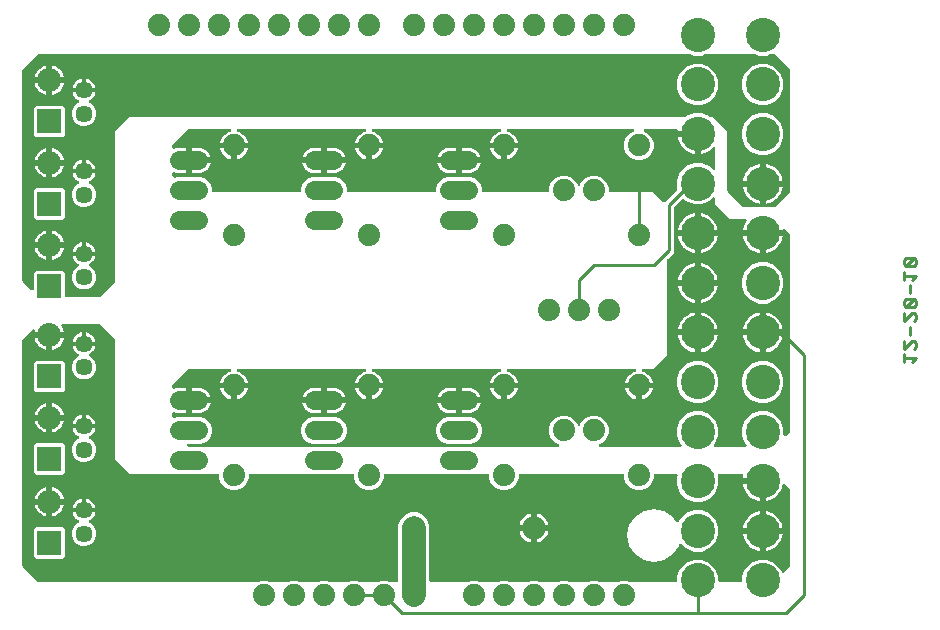
<source format=gbr>
G04 EAGLE Gerber RS-274X export*
G75*
%MOMM*%
%FSLAX34Y34*%
%LPD*%
%INBottom Copper*%
%IPPOS*%
%AMOC8*
5,1,8,0,0,1.08239X$1,22.5*%
G01*
%ADD10C,0.254000*%
%ADD11C,2.900000*%
%ADD12C,1.879600*%
%ADD13C,1.625600*%
%ADD14C,1.447800*%
%ADD15R,2.032000X2.032000*%
%ADD16C,2.032000*%
%ADD17C,1.981200*%
%ADD18C,2.032000*%

G36*
X236128Y36832D02*
X236128Y36832D01*
X236137Y36831D01*
X236286Y36852D01*
X236434Y36871D01*
X236443Y36874D01*
X236452Y36875D01*
X236605Y36927D01*
X238824Y37847D01*
X243776Y37847D01*
X245995Y36927D01*
X246004Y36925D01*
X246012Y36920D01*
X246158Y36883D01*
X246302Y36843D01*
X246311Y36843D01*
X246320Y36841D01*
X246481Y36831D01*
X261519Y36831D01*
X261528Y36832D01*
X261537Y36831D01*
X261686Y36852D01*
X261834Y36871D01*
X261843Y36874D01*
X261852Y36875D01*
X262005Y36927D01*
X264224Y37847D01*
X269176Y37847D01*
X271395Y36927D01*
X271404Y36925D01*
X271412Y36920D01*
X271558Y36883D01*
X271702Y36843D01*
X271711Y36843D01*
X271720Y36841D01*
X271881Y36831D01*
X286919Y36831D01*
X286928Y36832D01*
X286937Y36831D01*
X287086Y36852D01*
X287234Y36871D01*
X287243Y36874D01*
X287252Y36875D01*
X287405Y36927D01*
X289624Y37847D01*
X294576Y37847D01*
X296795Y36927D01*
X296804Y36925D01*
X296812Y36920D01*
X296958Y36883D01*
X297102Y36843D01*
X297111Y36843D01*
X297120Y36841D01*
X297281Y36831D01*
X312319Y36831D01*
X312328Y36832D01*
X312337Y36831D01*
X312486Y36852D01*
X312634Y36871D01*
X312643Y36874D01*
X312652Y36875D01*
X312805Y36927D01*
X315024Y37847D01*
X319976Y37847D01*
X322195Y36927D01*
X322204Y36925D01*
X322212Y36920D01*
X322358Y36883D01*
X322502Y36843D01*
X322511Y36843D01*
X322520Y36841D01*
X322681Y36831D01*
X337719Y36831D01*
X337728Y36832D01*
X337737Y36831D01*
X337886Y36852D01*
X338034Y36871D01*
X338043Y36874D01*
X338052Y36875D01*
X338205Y36927D01*
X340424Y37847D01*
X345376Y37847D01*
X347595Y36927D01*
X347604Y36925D01*
X347612Y36920D01*
X347758Y36883D01*
X347902Y36843D01*
X347911Y36843D01*
X347920Y36841D01*
X348081Y36831D01*
X353822Y36831D01*
X353940Y36846D01*
X354059Y36853D01*
X354097Y36866D01*
X354138Y36871D01*
X354248Y36914D01*
X354361Y36951D01*
X354396Y36973D01*
X354433Y36988D01*
X354529Y37058D01*
X354630Y37121D01*
X354658Y37151D01*
X354691Y37174D01*
X354767Y37266D01*
X354848Y37353D01*
X354868Y37388D01*
X354893Y37419D01*
X354944Y37527D01*
X355002Y37631D01*
X355012Y37671D01*
X355029Y37707D01*
X355051Y37824D01*
X355081Y37939D01*
X355085Y38000D01*
X355089Y38020D01*
X355087Y38040D01*
X355091Y38100D01*
X355091Y85177D01*
X357102Y90032D01*
X360818Y93748D01*
X365673Y95759D01*
X370927Y95759D01*
X375782Y93748D01*
X379498Y90032D01*
X381509Y85177D01*
X381509Y38100D01*
X381524Y37982D01*
X381531Y37863D01*
X381544Y37825D01*
X381549Y37784D01*
X381592Y37674D01*
X381629Y37561D01*
X381651Y37526D01*
X381666Y37489D01*
X381735Y37393D01*
X381799Y37292D01*
X381829Y37264D01*
X381852Y37231D01*
X381944Y37156D01*
X382031Y37074D01*
X382066Y37054D01*
X382097Y37029D01*
X382205Y36978D01*
X382309Y36920D01*
X382349Y36910D01*
X382385Y36893D01*
X382502Y36871D01*
X382617Y36841D01*
X382677Y36837D01*
X382697Y36833D01*
X382718Y36835D01*
X382778Y36831D01*
X413919Y36831D01*
X413928Y36832D01*
X413937Y36831D01*
X414086Y36852D01*
X414234Y36871D01*
X414243Y36874D01*
X414252Y36875D01*
X414405Y36927D01*
X416624Y37847D01*
X421576Y37847D01*
X423795Y36927D01*
X423804Y36925D01*
X423812Y36920D01*
X423958Y36883D01*
X424102Y36843D01*
X424111Y36843D01*
X424120Y36841D01*
X424281Y36831D01*
X439319Y36831D01*
X439328Y36832D01*
X439337Y36831D01*
X439486Y36852D01*
X439634Y36871D01*
X439643Y36874D01*
X439652Y36875D01*
X439805Y36927D01*
X442024Y37847D01*
X446976Y37847D01*
X449195Y36927D01*
X449204Y36925D01*
X449212Y36920D01*
X449358Y36883D01*
X449502Y36843D01*
X449511Y36843D01*
X449520Y36841D01*
X449681Y36831D01*
X464719Y36831D01*
X464728Y36832D01*
X464737Y36831D01*
X464886Y36852D01*
X465034Y36871D01*
X465043Y36874D01*
X465052Y36875D01*
X465205Y36927D01*
X467424Y37847D01*
X472376Y37847D01*
X474595Y36927D01*
X474604Y36925D01*
X474612Y36920D01*
X474758Y36883D01*
X474902Y36843D01*
X474911Y36843D01*
X474920Y36841D01*
X475081Y36831D01*
X490119Y36831D01*
X490128Y36832D01*
X490137Y36831D01*
X490286Y36852D01*
X490434Y36871D01*
X490443Y36874D01*
X490452Y36875D01*
X490605Y36927D01*
X492824Y37847D01*
X497776Y37847D01*
X499995Y36927D01*
X500004Y36925D01*
X500012Y36920D01*
X500158Y36883D01*
X500302Y36843D01*
X500311Y36843D01*
X500320Y36841D01*
X500481Y36831D01*
X515519Y36831D01*
X515528Y36832D01*
X515537Y36831D01*
X515686Y36852D01*
X515834Y36871D01*
X515843Y36874D01*
X515852Y36875D01*
X516005Y36927D01*
X518224Y37847D01*
X523176Y37847D01*
X525395Y36927D01*
X525404Y36925D01*
X525412Y36920D01*
X525558Y36883D01*
X525702Y36843D01*
X525711Y36843D01*
X525720Y36841D01*
X525881Y36831D01*
X540919Y36831D01*
X540928Y36832D01*
X540937Y36831D01*
X541086Y36852D01*
X541234Y36871D01*
X541243Y36874D01*
X541252Y36875D01*
X541405Y36927D01*
X543624Y37847D01*
X548576Y37847D01*
X550795Y36927D01*
X550804Y36925D01*
X550812Y36920D01*
X550958Y36883D01*
X551102Y36843D01*
X551111Y36843D01*
X551120Y36841D01*
X551281Y36831D01*
X589782Y36831D01*
X589900Y36846D01*
X590019Y36853D01*
X590057Y36866D01*
X590098Y36871D01*
X590208Y36914D01*
X590321Y36951D01*
X590356Y36973D01*
X590393Y36988D01*
X590489Y37058D01*
X590590Y37121D01*
X590618Y37151D01*
X590651Y37174D01*
X590727Y37266D01*
X590808Y37353D01*
X590828Y37388D01*
X590853Y37419D01*
X590904Y37527D01*
X590962Y37631D01*
X590972Y37671D01*
X590989Y37707D01*
X591011Y37824D01*
X591041Y37939D01*
X591045Y38000D01*
X591049Y38020D01*
X591047Y38040D01*
X591051Y38100D01*
X591051Y41591D01*
X593723Y48041D01*
X598659Y52977D01*
X605109Y55649D01*
X612091Y55649D01*
X618541Y52977D01*
X623477Y48041D01*
X626149Y41591D01*
X626149Y38100D01*
X626164Y37982D01*
X626171Y37863D01*
X626184Y37825D01*
X626189Y37784D01*
X626232Y37674D01*
X626269Y37561D01*
X626291Y37526D01*
X626306Y37489D01*
X626375Y37393D01*
X626439Y37292D01*
X626469Y37264D01*
X626492Y37231D01*
X626584Y37156D01*
X626671Y37074D01*
X626706Y37054D01*
X626737Y37029D01*
X626845Y36978D01*
X626949Y36920D01*
X626989Y36910D01*
X627025Y36893D01*
X627142Y36871D01*
X627257Y36841D01*
X627317Y36837D01*
X627337Y36833D01*
X627358Y36835D01*
X627418Y36831D01*
X644782Y36831D01*
X644900Y36846D01*
X645019Y36853D01*
X645057Y36866D01*
X645098Y36871D01*
X645208Y36914D01*
X645321Y36951D01*
X645356Y36973D01*
X645393Y36988D01*
X645489Y37058D01*
X645590Y37121D01*
X645618Y37151D01*
X645651Y37174D01*
X645727Y37266D01*
X645808Y37353D01*
X645828Y37388D01*
X645853Y37419D01*
X645904Y37527D01*
X645962Y37631D01*
X645972Y37671D01*
X645989Y37707D01*
X646011Y37824D01*
X646041Y37939D01*
X646045Y38000D01*
X646049Y38020D01*
X646047Y38040D01*
X646051Y38100D01*
X646051Y41591D01*
X648723Y48041D01*
X653659Y52977D01*
X660109Y55649D01*
X667091Y55649D01*
X673541Y52977D01*
X678477Y48041D01*
X679613Y45299D01*
X679637Y45256D01*
X679654Y45210D01*
X679716Y45119D01*
X679770Y45023D01*
X679805Y44987D01*
X679833Y44946D01*
X679915Y44874D01*
X679991Y44795D01*
X680034Y44769D01*
X680071Y44736D01*
X680169Y44686D01*
X680262Y44629D01*
X680310Y44614D01*
X680354Y44591D01*
X680461Y44567D01*
X680566Y44535D01*
X680616Y44533D01*
X680664Y44522D01*
X680774Y44525D01*
X680884Y44520D01*
X680933Y44530D01*
X680982Y44531D01*
X681088Y44562D01*
X681196Y44584D01*
X681240Y44606D01*
X681288Y44620D01*
X681382Y44675D01*
X681481Y44724D01*
X681519Y44756D01*
X681562Y44781D01*
X681683Y44888D01*
X686698Y49903D01*
X686758Y49981D01*
X686826Y50053D01*
X686848Y50093D01*
X686864Y50112D01*
X686870Y50125D01*
X686892Y50154D01*
X686932Y50245D01*
X686980Y50331D01*
X686995Y50389D01*
X686999Y50400D01*
X687000Y50402D01*
X687019Y50446D01*
X687034Y50544D01*
X687059Y50639D01*
X687065Y50739D01*
X687069Y50760D01*
X687067Y50772D01*
X687069Y50800D01*
X687069Y114300D01*
X687057Y114398D01*
X687054Y114497D01*
X687037Y114555D01*
X687029Y114616D01*
X686993Y114708D01*
X686965Y114803D01*
X686935Y114855D01*
X686912Y114911D01*
X686854Y114991D01*
X686804Y115077D01*
X686738Y115152D01*
X686726Y115169D01*
X686716Y115176D01*
X686698Y115198D01*
X682491Y119404D01*
X682386Y119485D01*
X682285Y119571D01*
X682261Y119583D01*
X682239Y119599D01*
X682118Y119652D01*
X681999Y119710D01*
X681972Y119715D01*
X681947Y119726D01*
X681816Y119746D01*
X681687Y119773D01*
X681660Y119771D01*
X681633Y119776D01*
X681501Y119763D01*
X681369Y119756D01*
X681344Y119748D01*
X681317Y119746D01*
X681192Y119701D01*
X681066Y119661D01*
X681043Y119647D01*
X681017Y119638D01*
X680908Y119564D01*
X680795Y119494D01*
X680777Y119475D01*
X680754Y119459D01*
X680667Y119360D01*
X680575Y119265D01*
X680562Y119241D01*
X680544Y119221D01*
X680484Y119103D01*
X680419Y118988D01*
X680406Y118952D01*
X680399Y118938D01*
X680395Y118917D01*
X680367Y118835D01*
X679771Y116611D01*
X678916Y114547D01*
X677799Y112612D01*
X676439Y110840D01*
X674860Y109261D01*
X673088Y107901D01*
X671153Y106784D01*
X669089Y105929D01*
X666932Y105351D01*
X666139Y105247D01*
X666139Y120830D01*
X666124Y120948D01*
X666117Y121067D01*
X666104Y121105D01*
X666099Y121145D01*
X666056Y121256D01*
X666019Y121369D01*
X665997Y121403D01*
X665982Y121441D01*
X665912Y121537D01*
X665849Y121638D01*
X665819Y121666D01*
X665795Y121698D01*
X665704Y121774D01*
X665617Y121856D01*
X665582Y121875D01*
X665551Y121901D01*
X665443Y121952D01*
X665339Y122009D01*
X665299Y122020D01*
X665263Y122037D01*
X665146Y122059D01*
X665031Y122089D01*
X664970Y122093D01*
X664950Y122097D01*
X664930Y122095D01*
X664870Y122099D01*
X663599Y122099D01*
X663599Y123370D01*
X663584Y123488D01*
X663577Y123607D01*
X663564Y123645D01*
X663559Y123685D01*
X663515Y123796D01*
X663479Y123909D01*
X663457Y123944D01*
X663442Y123981D01*
X663372Y124077D01*
X663309Y124178D01*
X663279Y124206D01*
X663255Y124239D01*
X663164Y124314D01*
X663077Y124396D01*
X663042Y124416D01*
X663010Y124441D01*
X662903Y124492D01*
X662798Y124550D01*
X662759Y124560D01*
X662723Y124577D01*
X662606Y124599D01*
X662491Y124629D01*
X662430Y124633D01*
X662410Y124637D01*
X662390Y124635D01*
X662330Y124639D01*
X646747Y124639D01*
X646851Y125432D01*
X647183Y126671D01*
X647200Y126796D01*
X647224Y126920D01*
X647222Y126953D01*
X647226Y126987D01*
X647212Y127112D01*
X647204Y127237D01*
X647194Y127269D01*
X647190Y127302D01*
X647145Y127420D01*
X647106Y127539D01*
X647088Y127568D01*
X647076Y127599D01*
X647003Y127702D01*
X646936Y127808D01*
X646911Y127831D01*
X646892Y127859D01*
X646796Y127940D01*
X646704Y128026D01*
X646675Y128042D01*
X646649Y128064D01*
X646536Y128119D01*
X646426Y128180D01*
X646393Y128188D01*
X646363Y128203D01*
X646239Y128228D01*
X646118Y128259D01*
X646069Y128262D01*
X646051Y128266D01*
X646029Y128265D01*
X645957Y128269D01*
X626939Y128269D01*
X626889Y128263D01*
X626840Y128265D01*
X626732Y128243D01*
X626623Y128229D01*
X626577Y128211D01*
X626528Y128201D01*
X626430Y128153D01*
X626328Y128112D01*
X626287Y128083D01*
X626243Y128061D01*
X626159Y127990D01*
X626070Y127926D01*
X626038Y127887D01*
X626001Y127855D01*
X625938Y127765D01*
X625867Y127681D01*
X625846Y127636D01*
X625818Y127595D01*
X625779Y127492D01*
X625732Y127393D01*
X625723Y127344D01*
X625705Y127298D01*
X625693Y127188D01*
X625672Y127081D01*
X625675Y127031D01*
X625670Y126982D01*
X625685Y126873D01*
X625692Y126763D01*
X625707Y126716D01*
X625714Y126667D01*
X625766Y126514D01*
X626149Y125591D01*
X626149Y118609D01*
X623477Y112159D01*
X618541Y107223D01*
X612091Y104551D01*
X605109Y104551D01*
X598659Y107223D01*
X593723Y112159D01*
X591051Y118609D01*
X591051Y125591D01*
X591434Y126514D01*
X591443Y126547D01*
X591446Y126555D01*
X591448Y126565D01*
X591468Y126607D01*
X591489Y126715D01*
X591518Y126821D01*
X591519Y126871D01*
X591528Y126920D01*
X591521Y127029D01*
X591523Y127139D01*
X591511Y127187D01*
X591508Y127237D01*
X591474Y127341D01*
X591449Y127448D01*
X591425Y127492D01*
X591410Y127539D01*
X591351Y127632D01*
X591300Y127729D01*
X591267Y127766D01*
X591240Y127808D01*
X591160Y127883D01*
X591086Y127965D01*
X591045Y127992D01*
X591008Y128026D01*
X590912Y128079D01*
X590820Y128139D01*
X590773Y128156D01*
X590730Y128180D01*
X590624Y128207D01*
X590520Y128243D01*
X590470Y128247D01*
X590422Y128259D01*
X590261Y128269D01*
X572516Y128269D01*
X572398Y128254D01*
X572279Y128247D01*
X572241Y128234D01*
X572200Y128229D01*
X572090Y128186D01*
X571977Y128149D01*
X571942Y128127D01*
X571905Y128112D01*
X571809Y128043D01*
X571708Y127979D01*
X571680Y127949D01*
X571647Y127926D01*
X571571Y127834D01*
X571490Y127747D01*
X571470Y127712D01*
X571445Y127681D01*
X571394Y127573D01*
X571336Y127469D01*
X571326Y127429D01*
X571309Y127393D01*
X571287Y127276D01*
X571257Y127161D01*
X571253Y127101D01*
X571249Y127081D01*
X571251Y127060D01*
X571247Y127000D01*
X571247Y124524D01*
X569352Y119950D01*
X565850Y116448D01*
X561276Y114553D01*
X556324Y114553D01*
X551750Y116448D01*
X548248Y119950D01*
X546353Y124524D01*
X546353Y127000D01*
X546338Y127118D01*
X546331Y127237D01*
X546318Y127275D01*
X546313Y127316D01*
X546270Y127426D01*
X546233Y127539D01*
X546211Y127574D01*
X546196Y127611D01*
X546127Y127707D01*
X546063Y127808D01*
X546033Y127836D01*
X546010Y127869D01*
X545918Y127945D01*
X545831Y128026D01*
X545796Y128046D01*
X545765Y128071D01*
X545657Y128122D01*
X545553Y128180D01*
X545513Y128190D01*
X545477Y128207D01*
X545360Y128229D01*
X545245Y128259D01*
X545185Y128263D01*
X545165Y128267D01*
X545144Y128265D01*
X545084Y128269D01*
X458216Y128269D01*
X458098Y128254D01*
X457979Y128247D01*
X457941Y128234D01*
X457900Y128229D01*
X457790Y128186D01*
X457677Y128149D01*
X457642Y128127D01*
X457605Y128112D01*
X457509Y128043D01*
X457408Y127979D01*
X457380Y127949D01*
X457347Y127926D01*
X457271Y127834D01*
X457190Y127747D01*
X457170Y127712D01*
X457145Y127681D01*
X457094Y127573D01*
X457036Y127469D01*
X457026Y127429D01*
X457009Y127393D01*
X456987Y127276D01*
X456957Y127161D01*
X456953Y127101D01*
X456949Y127081D01*
X456951Y127060D01*
X456947Y127000D01*
X456947Y124524D01*
X455052Y119950D01*
X451550Y116448D01*
X446976Y114553D01*
X442024Y114553D01*
X437450Y116448D01*
X433948Y119950D01*
X432053Y124524D01*
X432053Y127000D01*
X432038Y127118D01*
X432031Y127237D01*
X432018Y127275D01*
X432013Y127316D01*
X431970Y127426D01*
X431933Y127539D01*
X431911Y127574D01*
X431896Y127611D01*
X431827Y127707D01*
X431763Y127808D01*
X431733Y127836D01*
X431710Y127869D01*
X431618Y127945D01*
X431531Y128026D01*
X431496Y128046D01*
X431465Y128071D01*
X431357Y128122D01*
X431253Y128180D01*
X431213Y128190D01*
X431177Y128207D01*
X431060Y128229D01*
X430945Y128259D01*
X430885Y128263D01*
X430865Y128267D01*
X430844Y128265D01*
X430784Y128269D01*
X343916Y128269D01*
X343798Y128254D01*
X343679Y128247D01*
X343641Y128234D01*
X343600Y128229D01*
X343490Y128186D01*
X343377Y128149D01*
X343342Y128127D01*
X343305Y128112D01*
X343209Y128043D01*
X343108Y127979D01*
X343080Y127949D01*
X343047Y127926D01*
X342971Y127834D01*
X342890Y127747D01*
X342870Y127712D01*
X342845Y127681D01*
X342794Y127573D01*
X342736Y127469D01*
X342726Y127429D01*
X342709Y127393D01*
X342687Y127276D01*
X342657Y127161D01*
X342653Y127101D01*
X342649Y127081D01*
X342651Y127060D01*
X342647Y127000D01*
X342647Y124524D01*
X340752Y119950D01*
X337250Y116448D01*
X332676Y114553D01*
X327724Y114553D01*
X323150Y116448D01*
X319648Y119950D01*
X317753Y124524D01*
X317753Y127000D01*
X317738Y127118D01*
X317731Y127237D01*
X317718Y127275D01*
X317713Y127316D01*
X317670Y127426D01*
X317633Y127539D01*
X317611Y127574D01*
X317596Y127611D01*
X317527Y127707D01*
X317463Y127808D01*
X317433Y127836D01*
X317410Y127869D01*
X317318Y127945D01*
X317231Y128026D01*
X317196Y128046D01*
X317165Y128071D01*
X317057Y128122D01*
X316953Y128180D01*
X316913Y128190D01*
X316877Y128207D01*
X316760Y128229D01*
X316645Y128259D01*
X316585Y128263D01*
X316565Y128267D01*
X316544Y128265D01*
X316484Y128269D01*
X229616Y128269D01*
X229498Y128254D01*
X229379Y128247D01*
X229341Y128234D01*
X229300Y128229D01*
X229190Y128186D01*
X229077Y128149D01*
X229042Y128127D01*
X229005Y128112D01*
X228909Y128043D01*
X228808Y127979D01*
X228780Y127949D01*
X228747Y127926D01*
X228671Y127834D01*
X228590Y127747D01*
X228570Y127712D01*
X228545Y127681D01*
X228494Y127573D01*
X228436Y127469D01*
X228426Y127429D01*
X228409Y127393D01*
X228387Y127276D01*
X228357Y127161D01*
X228353Y127101D01*
X228349Y127081D01*
X228351Y127060D01*
X228347Y127000D01*
X228347Y124524D01*
X226452Y119950D01*
X222950Y116448D01*
X218376Y114553D01*
X213424Y114553D01*
X208850Y116448D01*
X205348Y119950D01*
X203453Y124524D01*
X203453Y127000D01*
X203438Y127118D01*
X203431Y127237D01*
X203418Y127275D01*
X203413Y127316D01*
X203370Y127426D01*
X203333Y127539D01*
X203311Y127574D01*
X203296Y127611D01*
X203227Y127707D01*
X203163Y127808D01*
X203133Y127836D01*
X203110Y127869D01*
X203018Y127945D01*
X202931Y128026D01*
X202896Y128046D01*
X202865Y128071D01*
X202757Y128122D01*
X202653Y128180D01*
X202613Y128190D01*
X202577Y128207D01*
X202460Y128229D01*
X202345Y128259D01*
X202285Y128263D01*
X202265Y128267D01*
X202244Y128265D01*
X202184Y128269D01*
X127526Y128269D01*
X115569Y140226D01*
X115569Y241300D01*
X115557Y241398D01*
X115554Y241497D01*
X115537Y241555D01*
X115529Y241616D01*
X115493Y241708D01*
X115465Y241803D01*
X115435Y241855D01*
X115412Y241911D01*
X115354Y241991D01*
X115304Y242077D01*
X115238Y242152D01*
X115226Y242169D01*
X115216Y242176D01*
X115198Y242198D01*
X102498Y254898D01*
X102419Y254958D01*
X102347Y255026D01*
X102294Y255055D01*
X102246Y255092D01*
X102155Y255132D01*
X102069Y255180D01*
X102010Y255195D01*
X101954Y255219D01*
X101856Y255234D01*
X101761Y255259D01*
X101661Y255265D01*
X101640Y255269D01*
X101628Y255267D01*
X101600Y255269D01*
X71015Y255269D01*
X70975Y255264D01*
X70936Y255267D01*
X70818Y255244D01*
X70699Y255229D01*
X70662Y255215D01*
X70623Y255207D01*
X70515Y255156D01*
X70404Y255112D01*
X70371Y255089D01*
X70335Y255072D01*
X70243Y254996D01*
X70146Y254926D01*
X70121Y254895D01*
X70090Y254870D01*
X70020Y254773D01*
X69943Y254681D01*
X69926Y254645D01*
X69903Y254612D01*
X69859Y254501D01*
X69808Y254393D01*
X69800Y254354D01*
X69786Y254317D01*
X69771Y254198D01*
X69748Y254081D01*
X69751Y254041D01*
X69745Y254001D01*
X69760Y253882D01*
X69768Y253763D01*
X69780Y253725D01*
X69785Y253686D01*
X69829Y253574D01*
X69866Y253461D01*
X69887Y253427D01*
X69902Y253390D01*
X69988Y253254D01*
X70553Y252477D01*
X71460Y250695D01*
X72078Y248794D01*
X72147Y248359D01*
X60960Y248359D01*
X60842Y248344D01*
X60723Y248337D01*
X60685Y248324D01*
X60645Y248319D01*
X60534Y248276D01*
X60421Y248239D01*
X60387Y248217D01*
X60349Y248202D01*
X60253Y248132D01*
X60152Y248069D01*
X60124Y248039D01*
X60092Y248015D01*
X60016Y247924D01*
X59934Y247837D01*
X59915Y247802D01*
X59889Y247771D01*
X59838Y247663D01*
X59781Y247559D01*
X59770Y247519D01*
X59753Y247483D01*
X59731Y247366D01*
X59701Y247251D01*
X59697Y247190D01*
X59693Y247170D01*
X59695Y247150D01*
X59691Y247090D01*
X59691Y245819D01*
X59689Y245819D01*
X59689Y247090D01*
X59674Y247208D01*
X59667Y247327D01*
X59654Y247365D01*
X59649Y247405D01*
X59605Y247516D01*
X59569Y247629D01*
X59547Y247664D01*
X59532Y247701D01*
X59462Y247797D01*
X59399Y247898D01*
X59369Y247926D01*
X59345Y247959D01*
X59254Y248034D01*
X59167Y248116D01*
X59132Y248136D01*
X59100Y248161D01*
X58993Y248212D01*
X58888Y248270D01*
X58849Y248280D01*
X58813Y248297D01*
X58696Y248319D01*
X58581Y248349D01*
X58520Y248353D01*
X58500Y248357D01*
X58480Y248355D01*
X58420Y248359D01*
X47233Y248359D01*
X47302Y248794D01*
X47354Y248955D01*
X47358Y248974D01*
X47366Y248993D01*
X47388Y249130D01*
X47414Y249267D01*
X47413Y249287D01*
X47416Y249307D01*
X47403Y249446D01*
X47394Y249585D01*
X47388Y249604D01*
X47386Y249623D01*
X47339Y249755D01*
X47296Y249887D01*
X47285Y249904D01*
X47278Y249923D01*
X47200Y250038D01*
X47125Y250156D01*
X47111Y250169D01*
X47100Y250186D01*
X46996Y250278D01*
X46894Y250374D01*
X46876Y250383D01*
X46861Y250396D01*
X46737Y250460D01*
X46615Y250527D01*
X46596Y250532D01*
X46578Y250541D01*
X46442Y250571D01*
X46307Y250606D01*
X46287Y250606D01*
X46268Y250611D01*
X46128Y250606D01*
X45989Y250607D01*
X45970Y250602D01*
X45950Y250601D01*
X45816Y250562D01*
X45681Y250528D01*
X45664Y250518D01*
X45644Y250513D01*
X45524Y250442D01*
X45402Y250375D01*
X45388Y250361D01*
X45370Y250351D01*
X45250Y250245D01*
X37203Y242198D01*
X37142Y242119D01*
X37074Y242047D01*
X37045Y241994D01*
X37008Y241946D01*
X36968Y241855D01*
X36920Y241769D01*
X36905Y241710D01*
X36881Y241654D01*
X36866Y241556D01*
X36841Y241461D01*
X36835Y241361D01*
X36831Y241340D01*
X36833Y241328D01*
X36831Y241300D01*
X36831Y50800D01*
X36843Y50702D01*
X36846Y50603D01*
X36863Y50545D01*
X36871Y50484D01*
X36907Y50392D01*
X36935Y50297D01*
X36956Y50261D01*
X36959Y50253D01*
X36968Y50238D01*
X36988Y50189D01*
X37046Y50109D01*
X37096Y50023D01*
X37125Y49991D01*
X37129Y49984D01*
X37138Y49975D01*
X37162Y49948D01*
X37174Y49931D01*
X37184Y49924D01*
X37203Y49903D01*
X49903Y37203D01*
X49981Y37142D01*
X50053Y37074D01*
X50106Y37045D01*
X50154Y37008D01*
X50245Y36968D01*
X50331Y36920D01*
X50390Y36905D01*
X50446Y36881D01*
X50544Y36866D01*
X50639Y36841D01*
X50739Y36835D01*
X50760Y36831D01*
X50772Y36833D01*
X50800Y36831D01*
X236119Y36831D01*
X236128Y36832D01*
G37*
G36*
X101698Y278143D02*
X101698Y278143D01*
X101797Y278146D01*
X101855Y278163D01*
X101916Y278171D01*
X102008Y278207D01*
X102103Y278235D01*
X102155Y278265D01*
X102211Y278288D01*
X102291Y278346D01*
X102377Y278396D01*
X102452Y278462D01*
X102469Y278474D01*
X102476Y278484D01*
X102498Y278503D01*
X115198Y291203D01*
X115258Y291281D01*
X115326Y291353D01*
X115348Y291393D01*
X115364Y291412D01*
X115370Y291425D01*
X115392Y291454D01*
X115432Y291545D01*
X115480Y291631D01*
X115495Y291689D01*
X115499Y291700D01*
X115500Y291702D01*
X115519Y291746D01*
X115534Y291844D01*
X115559Y291939D01*
X115565Y292039D01*
X115569Y292060D01*
X115567Y292072D01*
X115569Y292100D01*
X115569Y418574D01*
X127526Y430531D01*
X597687Y430531D01*
X597786Y430543D01*
X597885Y430546D01*
X597943Y430563D01*
X598003Y430571D01*
X598095Y430607D01*
X598190Y430635D01*
X598242Y430665D01*
X598299Y430688D01*
X598379Y430746D01*
X598464Y430796D01*
X598539Y430862D01*
X598556Y430874D01*
X598564Y430884D01*
X598585Y430903D01*
X598659Y430977D01*
X605109Y433649D01*
X612091Y433649D01*
X618541Y430977D01*
X618615Y430903D01*
X618693Y430842D01*
X618766Y430774D01*
X618819Y430745D01*
X618866Y430708D01*
X618957Y430668D01*
X619044Y430620D01*
X619103Y430605D01*
X619158Y430581D01*
X619256Y430566D01*
X619352Y430541D01*
X619452Y430535D01*
X619472Y430531D01*
X619485Y430533D01*
X619513Y430531D01*
X621774Y430531D01*
X633731Y418574D01*
X633731Y368300D01*
X633743Y368202D01*
X633746Y368103D01*
X633763Y368045D01*
X633771Y367984D01*
X633807Y367892D01*
X633835Y367797D01*
X633865Y367745D01*
X633888Y367689D01*
X633946Y367609D01*
X633996Y367523D01*
X634062Y367448D01*
X634074Y367431D01*
X634084Y367424D01*
X634103Y367403D01*
X646803Y354703D01*
X646881Y354642D01*
X646953Y354574D01*
X647006Y354545D01*
X647054Y354508D01*
X647145Y354468D01*
X647231Y354420D01*
X647290Y354405D01*
X647346Y354381D01*
X647444Y354366D01*
X647539Y354341D01*
X647639Y354335D01*
X647660Y354331D01*
X647672Y354333D01*
X647700Y354331D01*
X673100Y354331D01*
X673198Y354343D01*
X673297Y354346D01*
X673355Y354363D01*
X673416Y354371D01*
X673508Y354407D01*
X673603Y354435D01*
X673655Y354465D01*
X673711Y354488D01*
X673791Y354546D01*
X673877Y354596D01*
X673952Y354662D01*
X673969Y354674D01*
X673976Y354684D01*
X673998Y354703D01*
X686698Y367403D01*
X686758Y367481D01*
X686826Y367553D01*
X686855Y367606D01*
X686892Y367654D01*
X686932Y367745D01*
X686980Y367831D01*
X686995Y367890D01*
X687019Y367946D01*
X687034Y368044D01*
X687059Y368139D01*
X687065Y368239D01*
X687069Y368260D01*
X687067Y368272D01*
X687069Y368300D01*
X687069Y469900D01*
X687057Y469998D01*
X687054Y470097D01*
X687037Y470155D01*
X687029Y470216D01*
X686993Y470308D01*
X686965Y470403D01*
X686935Y470455D01*
X686912Y470511D01*
X686854Y470591D01*
X686804Y470677D01*
X686738Y470752D01*
X686726Y470769D01*
X686716Y470776D01*
X686698Y470798D01*
X673998Y483498D01*
X673919Y483558D01*
X673847Y483626D01*
X673794Y483655D01*
X673746Y483692D01*
X673655Y483732D01*
X673569Y483780D01*
X673510Y483795D01*
X673454Y483819D01*
X673356Y483834D01*
X673261Y483859D01*
X673161Y483865D01*
X673140Y483869D01*
X673128Y483867D01*
X673100Y483869D01*
X670525Y483869D01*
X670516Y483868D01*
X670507Y483869D01*
X670358Y483848D01*
X670209Y483829D01*
X670201Y483826D01*
X670192Y483825D01*
X670039Y483773D01*
X667091Y482551D01*
X660109Y482551D01*
X657161Y483773D01*
X657152Y483775D01*
X657144Y483780D01*
X656999Y483817D01*
X656854Y483857D01*
X656845Y483857D01*
X656836Y483859D01*
X656675Y483869D01*
X615525Y483869D01*
X615516Y483868D01*
X615507Y483869D01*
X615358Y483848D01*
X615209Y483829D01*
X615201Y483826D01*
X615192Y483825D01*
X615039Y483773D01*
X612091Y482551D01*
X605109Y482551D01*
X602161Y483773D01*
X602152Y483775D01*
X602144Y483780D01*
X601999Y483817D01*
X601854Y483857D01*
X601845Y483857D01*
X601836Y483859D01*
X601675Y483869D01*
X50800Y483869D01*
X50702Y483857D01*
X50603Y483854D01*
X50545Y483837D01*
X50484Y483829D01*
X50392Y483793D01*
X50297Y483765D01*
X50245Y483735D01*
X50189Y483712D01*
X50109Y483654D01*
X50023Y483604D01*
X49948Y483538D01*
X49931Y483526D01*
X49924Y483516D01*
X49903Y483498D01*
X37203Y470798D01*
X37142Y470719D01*
X37074Y470647D01*
X37045Y470594D01*
X37008Y470546D01*
X36968Y470455D01*
X36920Y470369D01*
X36905Y470310D01*
X36881Y470254D01*
X36866Y470156D01*
X36841Y470061D01*
X36835Y469961D01*
X36831Y469940D01*
X36833Y469928D01*
X36831Y469900D01*
X36831Y292100D01*
X36843Y292002D01*
X36846Y291903D01*
X36863Y291845D01*
X36871Y291784D01*
X36907Y291692D01*
X36935Y291597D01*
X36956Y291561D01*
X36959Y291553D01*
X36968Y291538D01*
X36988Y291489D01*
X37046Y291409D01*
X37096Y291323D01*
X37125Y291291D01*
X37129Y291284D01*
X37138Y291275D01*
X37162Y291248D01*
X37174Y291231D01*
X37184Y291224D01*
X37203Y291203D01*
X44315Y284090D01*
X44424Y284005D01*
X44531Y283917D01*
X44550Y283908D01*
X44566Y283896D01*
X44694Y283840D01*
X44819Y283781D01*
X44839Y283777D01*
X44858Y283769D01*
X44996Y283747D01*
X45132Y283721D01*
X45152Y283723D01*
X45172Y283719D01*
X45311Y283732D01*
X45449Y283741D01*
X45468Y283747D01*
X45488Y283749D01*
X45620Y283796D01*
X45751Y283839D01*
X45769Y283850D01*
X45788Y283857D01*
X45903Y283935D01*
X46020Y284009D01*
X46034Y284024D01*
X46051Y284035D01*
X46143Y284140D01*
X46238Y284241D01*
X46248Y284259D01*
X46261Y284274D01*
X46325Y284398D01*
X46392Y284519D01*
X46397Y284539D01*
X46406Y284557D01*
X46436Y284693D01*
X46471Y284827D01*
X46473Y284855D01*
X46476Y284867D01*
X46475Y284888D01*
X46481Y284988D01*
X46481Y298443D01*
X48267Y300229D01*
X71113Y300229D01*
X72899Y298443D01*
X72899Y279400D01*
X72914Y279282D01*
X72921Y279163D01*
X72934Y279125D01*
X72939Y279084D01*
X72982Y278974D01*
X73019Y278861D01*
X73041Y278826D01*
X73056Y278789D01*
X73125Y278693D01*
X73189Y278592D01*
X73219Y278564D01*
X73242Y278531D01*
X73334Y278456D01*
X73421Y278374D01*
X73456Y278354D01*
X73487Y278329D01*
X73595Y278278D01*
X73699Y278220D01*
X73739Y278210D01*
X73775Y278193D01*
X73892Y278171D01*
X74007Y278141D01*
X74067Y278137D01*
X74087Y278133D01*
X74108Y278135D01*
X74168Y278131D01*
X101600Y278131D01*
X101698Y278143D01*
G37*
G36*
X490188Y151140D02*
X490188Y151140D01*
X490258Y151138D01*
X490345Y151159D01*
X490434Y151171D01*
X490499Y151196D01*
X490567Y151213D01*
X490647Y151255D01*
X490730Y151288D01*
X490787Y151329D01*
X490848Y151361D01*
X490915Y151422D01*
X490987Y151474D01*
X491032Y151528D01*
X491084Y151575D01*
X491133Y151650D01*
X491190Y151719D01*
X491220Y151783D01*
X491258Y151841D01*
X491288Y151926D01*
X491326Y152007D01*
X491339Y152076D01*
X491362Y152142D01*
X491369Y152231D01*
X491386Y152320D01*
X491381Y152389D01*
X491387Y152459D01*
X491371Y152547D01*
X491366Y152637D01*
X491344Y152703D01*
X491332Y152772D01*
X491295Y152854D01*
X491268Y152939D01*
X491230Y152998D01*
X491202Y153062D01*
X491146Y153132D01*
X491098Y153208D01*
X491047Y153256D01*
X491003Y153310D01*
X490931Y153365D01*
X490866Y153426D01*
X490805Y153460D01*
X490749Y153502D01*
X490605Y153573D01*
X488250Y154548D01*
X484748Y158050D01*
X482853Y162624D01*
X482853Y167576D01*
X484748Y172150D01*
X488250Y175652D01*
X492824Y177547D01*
X497776Y177547D01*
X502350Y175652D01*
X505852Y172150D01*
X506827Y169795D01*
X506896Y169675D01*
X506961Y169552D01*
X506975Y169537D01*
X506985Y169519D01*
X507082Y169419D01*
X507175Y169316D01*
X507192Y169305D01*
X507206Y169291D01*
X507324Y169218D01*
X507441Y169142D01*
X507460Y169135D01*
X507477Y169124D01*
X507610Y169084D01*
X507742Y169038D01*
X507762Y169037D01*
X507781Y169031D01*
X507920Y169024D01*
X508059Y169013D01*
X508079Y169017D01*
X508099Y169016D01*
X508235Y169044D01*
X508372Y169068D01*
X508391Y169076D01*
X508410Y169080D01*
X508535Y169141D01*
X508662Y169198D01*
X508678Y169211D01*
X508696Y169220D01*
X508802Y169310D01*
X508910Y169397D01*
X508923Y169413D01*
X508938Y169426D01*
X509018Y169540D01*
X509102Y169651D01*
X509114Y169676D01*
X509121Y169686D01*
X509128Y169705D01*
X509173Y169795D01*
X510148Y172150D01*
X513650Y175652D01*
X518224Y177547D01*
X523176Y177547D01*
X527750Y175652D01*
X531252Y172150D01*
X533147Y167576D01*
X533147Y162624D01*
X531252Y158050D01*
X527750Y154548D01*
X525395Y153573D01*
X525335Y153538D01*
X525270Y153512D01*
X525197Y153460D01*
X525119Y153415D01*
X525069Y153367D01*
X525013Y153326D01*
X524955Y153256D01*
X524891Y153194D01*
X524854Y153134D01*
X524810Y153081D01*
X524771Y152999D01*
X524724Y152923D01*
X524704Y152856D01*
X524674Y152793D01*
X524657Y152705D01*
X524631Y152619D01*
X524627Y152549D01*
X524614Y152481D01*
X524620Y152391D01*
X524616Y152301D01*
X524630Y152233D01*
X524634Y152163D01*
X524662Y152078D01*
X524680Y151990D01*
X524711Y151927D01*
X524732Y151861D01*
X524780Y151785D01*
X524820Y151704D01*
X524865Y151651D01*
X524902Y151592D01*
X524968Y151530D01*
X525026Y151462D01*
X525083Y151422D01*
X525134Y151374D01*
X525213Y151331D01*
X525286Y151279D01*
X525351Y151254D01*
X525412Y151220D01*
X525499Y151198D01*
X525583Y151166D01*
X525653Y151158D01*
X525720Y151141D01*
X525881Y151131D01*
X593687Y151131D01*
X593825Y151148D01*
X593964Y151161D01*
X593983Y151168D01*
X594003Y151171D01*
X594132Y151222D01*
X594263Y151269D01*
X594280Y151280D01*
X594299Y151288D01*
X594411Y151369D01*
X594526Y151447D01*
X594540Y151463D01*
X594556Y151474D01*
X594645Y151582D01*
X594737Y151686D01*
X594746Y151704D01*
X594759Y151719D01*
X594818Y151845D01*
X594881Y151969D01*
X594886Y151989D01*
X594894Y152007D01*
X594920Y152144D01*
X594951Y152279D01*
X594950Y152300D01*
X594954Y152320D01*
X594945Y152458D01*
X594941Y152597D01*
X594936Y152617D01*
X594934Y152637D01*
X594892Y152769D01*
X594853Y152903D01*
X594842Y152920D01*
X594836Y152939D01*
X594762Y153057D01*
X594691Y153177D01*
X594673Y153198D01*
X594666Y153208D01*
X594651Y153222D01*
X594585Y153298D01*
X593723Y154159D01*
X591051Y160609D01*
X591051Y167591D01*
X593723Y174041D01*
X598659Y178977D01*
X605109Y181649D01*
X612091Y181649D01*
X618541Y178977D01*
X623477Y174041D01*
X626149Y167591D01*
X626149Y160609D01*
X623477Y154159D01*
X622615Y153298D01*
X622530Y153188D01*
X622441Y153081D01*
X622433Y153062D01*
X622420Y153046D01*
X622365Y152919D01*
X622306Y152793D01*
X622302Y152773D01*
X622294Y152754D01*
X622272Y152616D01*
X622246Y152481D01*
X622247Y152460D01*
X622244Y152440D01*
X622257Y152301D01*
X622266Y152163D01*
X622272Y152144D01*
X622274Y152124D01*
X622321Y151992D01*
X622364Y151861D01*
X622375Y151843D01*
X622381Y151824D01*
X622460Y151709D01*
X622534Y151592D01*
X622549Y151578D01*
X622560Y151561D01*
X622664Y151469D01*
X622766Y151374D01*
X622783Y151364D01*
X622798Y151351D01*
X622922Y151288D01*
X623044Y151220D01*
X623064Y151215D01*
X623082Y151206D01*
X623218Y151176D01*
X623352Y151141D01*
X623380Y151139D01*
X623392Y151137D01*
X623412Y151137D01*
X623513Y151131D01*
X648687Y151131D01*
X648825Y151148D01*
X648964Y151161D01*
X648983Y151168D01*
X649003Y151171D01*
X649132Y151222D01*
X649263Y151269D01*
X649280Y151280D01*
X649299Y151288D01*
X649411Y151369D01*
X649526Y151447D01*
X649540Y151463D01*
X649556Y151474D01*
X649645Y151582D01*
X649737Y151686D01*
X649746Y151704D01*
X649759Y151719D01*
X649818Y151845D01*
X649881Y151969D01*
X649886Y151989D01*
X649894Y152007D01*
X649920Y152144D01*
X649951Y152279D01*
X649950Y152300D01*
X649954Y152320D01*
X649945Y152458D01*
X649941Y152597D01*
X649936Y152617D01*
X649934Y152637D01*
X649892Y152769D01*
X649853Y152903D01*
X649842Y152920D01*
X649836Y152939D01*
X649762Y153057D01*
X649691Y153177D01*
X649673Y153198D01*
X649666Y153208D01*
X649651Y153222D01*
X649585Y153298D01*
X648723Y154159D01*
X646051Y160609D01*
X646051Y167591D01*
X648723Y174041D01*
X653659Y178977D01*
X660109Y181649D01*
X667091Y181649D01*
X673541Y178977D01*
X678477Y174041D01*
X681149Y167591D01*
X681149Y161718D01*
X681166Y161580D01*
X681179Y161442D01*
X681186Y161423D01*
X681189Y161402D01*
X681240Y161273D01*
X681287Y161142D01*
X681298Y161126D01*
X681306Y161107D01*
X681387Y160994D01*
X681465Y160879D01*
X681481Y160866D01*
X681492Y160849D01*
X681600Y160761D01*
X681704Y160669D01*
X681722Y160660D01*
X681737Y160647D01*
X681863Y160587D01*
X681987Y160524D01*
X682007Y160520D01*
X682025Y160511D01*
X682161Y160485D01*
X682297Y160454D01*
X682318Y160455D01*
X682337Y160451D01*
X682476Y160460D01*
X682615Y160464D01*
X682635Y160470D01*
X682655Y160471D01*
X682787Y160514D01*
X682921Y160553D01*
X682938Y160563D01*
X682957Y160569D01*
X683075Y160643D01*
X683195Y160714D01*
X683216Y160733D01*
X683226Y160739D01*
X683240Y160754D01*
X683315Y160820D01*
X686698Y164203D01*
X686758Y164281D01*
X686826Y164353D01*
X686848Y164393D01*
X686864Y164412D01*
X686870Y164425D01*
X686892Y164454D01*
X686932Y164545D01*
X686980Y164631D01*
X686995Y164689D01*
X686999Y164700D01*
X687000Y164702D01*
X687019Y164746D01*
X687034Y164844D01*
X687059Y164939D01*
X687065Y165039D01*
X687069Y165060D01*
X687067Y165072D01*
X687069Y165100D01*
X687069Y330200D01*
X687057Y330298D01*
X687054Y330397D01*
X687037Y330455D01*
X687029Y330516D01*
X686993Y330608D01*
X686965Y330703D01*
X686935Y330755D01*
X686912Y330811D01*
X686854Y330891D01*
X686804Y330977D01*
X686738Y331052D01*
X686726Y331069D01*
X686716Y331076D01*
X686698Y331098D01*
X682688Y335107D01*
X682638Y335146D01*
X682594Y335192D01*
X682513Y335243D01*
X682436Y335302D01*
X682378Y335327D01*
X682325Y335361D01*
X682233Y335390D01*
X682145Y335429D01*
X682082Y335438D01*
X682022Y335458D01*
X681926Y335463D01*
X681830Y335478D01*
X681768Y335473D01*
X681705Y335476D01*
X681610Y335458D01*
X681514Y335449D01*
X681454Y335427D01*
X681393Y335415D01*
X681306Y335374D01*
X681215Y335341D01*
X681162Y335306D01*
X681105Y335278D01*
X681031Y335217D01*
X680951Y335162D01*
X680910Y335115D01*
X680861Y335075D01*
X680805Y334996D01*
X680741Y334924D01*
X680712Y334868D01*
X680675Y334817D01*
X680640Y334727D01*
X680596Y334641D01*
X680596Y334639D01*
X664870Y334639D01*
X664752Y334624D01*
X664633Y334617D01*
X664595Y334604D01*
X664555Y334599D01*
X664444Y334556D01*
X664331Y334519D01*
X664297Y334497D01*
X664259Y334482D01*
X664163Y334412D01*
X664062Y334349D01*
X664034Y334319D01*
X664002Y334295D01*
X663926Y334204D01*
X663844Y334117D01*
X663825Y334082D01*
X663799Y334051D01*
X663748Y333943D01*
X663691Y333839D01*
X663680Y333799D01*
X663663Y333763D01*
X663641Y333646D01*
X663611Y333531D01*
X663607Y333470D01*
X663603Y333450D01*
X663605Y333430D01*
X663601Y333370D01*
X663601Y332099D01*
X663599Y332099D01*
X663599Y333370D01*
X663584Y333488D01*
X663577Y333607D01*
X663564Y333645D01*
X663559Y333685D01*
X663515Y333796D01*
X663479Y333909D01*
X663457Y333944D01*
X663442Y333981D01*
X663372Y334077D01*
X663309Y334178D01*
X663279Y334206D01*
X663255Y334239D01*
X663164Y334314D01*
X663077Y334396D01*
X663042Y334416D01*
X663010Y334441D01*
X662903Y334492D01*
X662798Y334550D01*
X662759Y334560D01*
X662723Y334577D01*
X662606Y334599D01*
X662491Y334629D01*
X662430Y334633D01*
X662410Y334637D01*
X662390Y334635D01*
X662330Y334639D01*
X646747Y334639D01*
X646851Y335432D01*
X647429Y337589D01*
X648284Y339653D01*
X649401Y341588D01*
X649815Y342127D01*
X649843Y342176D01*
X649879Y342219D01*
X649923Y342313D01*
X649975Y342402D01*
X649991Y342456D01*
X650015Y342507D01*
X650034Y342608D01*
X650063Y342708D01*
X650064Y342764D01*
X650075Y342820D01*
X650068Y342922D01*
X650071Y343026D01*
X650058Y343081D01*
X650055Y343137D01*
X650023Y343235D01*
X650000Y343336D01*
X649974Y343386D01*
X649957Y343439D01*
X649902Y343527D01*
X649854Y343618D01*
X649817Y343660D01*
X649787Y343708D01*
X649711Y343779D01*
X649643Y343856D01*
X649596Y343887D01*
X649555Y343926D01*
X649465Y343976D01*
X649379Y344033D01*
X649326Y344052D01*
X649277Y344080D01*
X649177Y344105D01*
X649079Y344140D01*
X649023Y344145D01*
X648969Y344159D01*
X648808Y344169D01*
X635526Y344169D01*
X623569Y356126D01*
X623569Y361187D01*
X623552Y361325D01*
X623539Y361464D01*
X623532Y361483D01*
X623529Y361503D01*
X623478Y361632D01*
X623431Y361763D01*
X623420Y361780D01*
X623412Y361799D01*
X623331Y361911D01*
X623253Y362026D01*
X623237Y362040D01*
X623226Y362056D01*
X623118Y362145D01*
X623014Y362237D01*
X622996Y362246D01*
X622981Y362259D01*
X622855Y362318D01*
X622731Y362381D01*
X622711Y362386D01*
X622693Y362394D01*
X622557Y362420D01*
X622421Y362451D01*
X622400Y362450D01*
X622381Y362454D01*
X622242Y362445D01*
X622103Y362441D01*
X622083Y362436D01*
X622063Y362434D01*
X621931Y362391D01*
X621797Y362353D01*
X621780Y362343D01*
X621761Y362336D01*
X621643Y362262D01*
X621523Y362191D01*
X621502Y362173D01*
X621492Y362166D01*
X621478Y362151D01*
X621403Y362085D01*
X618541Y359223D01*
X612091Y356551D01*
X605109Y356551D01*
X598659Y359223D01*
X597192Y360690D01*
X597098Y360763D01*
X597009Y360842D01*
X596973Y360860D01*
X596941Y360885D01*
X596832Y360932D01*
X596726Y360986D01*
X596687Y360995D01*
X596649Y361011D01*
X596532Y361030D01*
X596416Y361056D01*
X596375Y361055D01*
X596335Y361061D01*
X596217Y361050D01*
X596098Y361046D01*
X596059Y361035D01*
X596019Y361031D01*
X595906Y360991D01*
X595792Y360958D01*
X595757Y360937D01*
X595719Y360924D01*
X595621Y360857D01*
X595518Y360796D01*
X595473Y360756D01*
X595456Y360745D01*
X595443Y360730D01*
X595397Y360690D01*
X588890Y354183D01*
X588830Y354105D01*
X588762Y354032D01*
X588733Y353979D01*
X588696Y353932D01*
X588656Y353841D01*
X588608Y353754D01*
X588593Y353695D01*
X588569Y353640D01*
X588554Y353542D01*
X588529Y353446D01*
X588523Y353346D01*
X588519Y353326D01*
X588521Y353313D01*
X588519Y353285D01*
X588519Y315711D01*
X583303Y310495D01*
X583242Y310417D01*
X583174Y310345D01*
X583145Y310292D01*
X583108Y310244D01*
X583068Y310153D01*
X583020Y310066D01*
X583005Y310007D01*
X582981Y309952D01*
X582966Y309854D01*
X582941Y309758D01*
X582935Y309658D01*
X582931Y309638D01*
X582933Y309625D01*
X582931Y309597D01*
X582931Y229126D01*
X570974Y217169D01*
X562455Y217169D01*
X562337Y217154D01*
X562218Y217147D01*
X562180Y217134D01*
X562140Y217129D01*
X562029Y217086D01*
X561915Y217049D01*
X561881Y217027D01*
X561844Y217012D01*
X561748Y216942D01*
X561647Y216878D01*
X561619Y216849D01*
X561587Y216826D01*
X561511Y216733D01*
X561429Y216647D01*
X561410Y216612D01*
X561384Y216581D01*
X561333Y216473D01*
X561276Y216368D01*
X561266Y216329D01*
X561248Y216293D01*
X561226Y216176D01*
X561196Y216060D01*
X561196Y216020D01*
X561189Y215981D01*
X561196Y215861D01*
X561196Y215742D01*
X561206Y215703D01*
X561208Y215663D01*
X561245Y215550D01*
X561275Y215434D01*
X561294Y215399D01*
X561306Y215361D01*
X561370Y215260D01*
X561428Y215155D01*
X561455Y215126D01*
X561477Y215092D01*
X561564Y215010D01*
X561645Y214923D01*
X561679Y214901D01*
X561708Y214874D01*
X561813Y214816D01*
X561913Y214752D01*
X561969Y214730D01*
X561987Y214720D01*
X562007Y214715D01*
X562063Y214693D01*
X563383Y214264D01*
X565057Y213411D01*
X566578Y212306D01*
X567906Y210978D01*
X569011Y209457D01*
X569864Y207783D01*
X570445Y205996D01*
X570531Y205449D01*
X559780Y205449D01*
X559662Y205434D01*
X559543Y205427D01*
X559505Y205414D01*
X559465Y205409D01*
X559354Y205366D01*
X559241Y205329D01*
X559207Y205307D01*
X559169Y205292D01*
X559073Y205223D01*
X558972Y205159D01*
X558944Y205129D01*
X558912Y205106D01*
X558836Y205014D01*
X558804Y204980D01*
X558799Y204988D01*
X558769Y205016D01*
X558745Y205049D01*
X558654Y205125D01*
X558567Y205206D01*
X558532Y205226D01*
X558500Y205251D01*
X558393Y205302D01*
X558288Y205360D01*
X558249Y205370D01*
X558213Y205387D01*
X558096Y205409D01*
X557980Y205439D01*
X557920Y205443D01*
X557900Y205447D01*
X557880Y205445D01*
X557820Y205449D01*
X547069Y205449D01*
X547155Y205996D01*
X547736Y207783D01*
X548589Y209457D01*
X549694Y210978D01*
X551022Y212306D01*
X552543Y213411D01*
X554217Y214264D01*
X555537Y214693D01*
X555645Y214744D01*
X555756Y214788D01*
X555788Y214811D01*
X555825Y214828D01*
X555917Y214904D01*
X556013Y214974D01*
X556039Y215005D01*
X556070Y215031D01*
X556140Y215127D01*
X556216Y215219D01*
X556233Y215256D01*
X556257Y215288D01*
X556301Y215399D01*
X556352Y215507D01*
X556359Y215546D01*
X556374Y215584D01*
X556389Y215703D01*
X556411Y215820D01*
X556409Y215860D01*
X556414Y215899D01*
X556399Y216018D01*
X556392Y216137D01*
X556379Y216175D01*
X556374Y216215D01*
X556330Y216326D01*
X556294Y216439D01*
X556272Y216473D01*
X556257Y216511D01*
X556187Y216607D01*
X556123Y216708D01*
X556094Y216736D01*
X556071Y216768D01*
X555979Y216844D01*
X555892Y216926D01*
X555857Y216945D01*
X555826Y216971D01*
X555718Y217022D01*
X555613Y217080D01*
X555574Y217090D01*
X555538Y217107D01*
X555421Y217129D01*
X555305Y217159D01*
X555246Y217163D01*
X555226Y217167D01*
X555205Y217165D01*
X555145Y217169D01*
X448155Y217169D01*
X448037Y217154D01*
X447918Y217147D01*
X447880Y217134D01*
X447840Y217129D01*
X447729Y217086D01*
X447615Y217049D01*
X447581Y217027D01*
X447544Y217012D01*
X447448Y216942D01*
X447347Y216878D01*
X447319Y216849D01*
X447287Y216826D01*
X447211Y216733D01*
X447129Y216647D01*
X447110Y216612D01*
X447084Y216581D01*
X447033Y216473D01*
X446976Y216368D01*
X446966Y216329D01*
X446948Y216293D01*
X446926Y216176D01*
X446896Y216060D01*
X446896Y216020D01*
X446889Y215981D01*
X446896Y215861D01*
X446896Y215742D01*
X446906Y215703D01*
X446908Y215663D01*
X446945Y215550D01*
X446975Y215434D01*
X446994Y215399D01*
X447006Y215361D01*
X447070Y215260D01*
X447128Y215155D01*
X447155Y215126D01*
X447177Y215092D01*
X447264Y215010D01*
X447345Y214923D01*
X447379Y214901D01*
X447408Y214874D01*
X447513Y214816D01*
X447613Y214752D01*
X447669Y214730D01*
X447687Y214720D01*
X447707Y214715D01*
X447763Y214693D01*
X449083Y214264D01*
X450757Y213411D01*
X452278Y212306D01*
X453606Y210978D01*
X454711Y209457D01*
X455564Y207783D01*
X456145Y205996D01*
X456231Y205449D01*
X445480Y205449D01*
X445362Y205434D01*
X445243Y205427D01*
X445205Y205414D01*
X445165Y205409D01*
X445054Y205366D01*
X444941Y205329D01*
X444907Y205307D01*
X444869Y205292D01*
X444773Y205223D01*
X444672Y205159D01*
X444644Y205129D01*
X444612Y205106D01*
X444536Y205014D01*
X444504Y204980D01*
X444499Y204988D01*
X444469Y205016D01*
X444445Y205049D01*
X444354Y205125D01*
X444267Y205206D01*
X444232Y205226D01*
X444200Y205251D01*
X444093Y205302D01*
X443988Y205360D01*
X443949Y205370D01*
X443913Y205387D01*
X443796Y205409D01*
X443680Y205439D01*
X443620Y205443D01*
X443600Y205447D01*
X443580Y205445D01*
X443520Y205449D01*
X432769Y205449D01*
X432855Y205996D01*
X433436Y207783D01*
X434289Y209457D01*
X435394Y210978D01*
X436722Y212306D01*
X438243Y213411D01*
X439917Y214264D01*
X441237Y214693D01*
X441345Y214744D01*
X441456Y214788D01*
X441488Y214811D01*
X441525Y214828D01*
X441617Y214904D01*
X441713Y214974D01*
X441739Y215005D01*
X441770Y215031D01*
X441840Y215127D01*
X441916Y215219D01*
X441933Y215256D01*
X441957Y215288D01*
X442001Y215399D01*
X442052Y215507D01*
X442059Y215546D01*
X442074Y215584D01*
X442089Y215703D01*
X442111Y215820D01*
X442109Y215860D01*
X442114Y215899D01*
X442099Y216018D01*
X442092Y216137D01*
X442079Y216175D01*
X442074Y216215D01*
X442030Y216326D01*
X441994Y216439D01*
X441972Y216473D01*
X441957Y216511D01*
X441887Y216607D01*
X441823Y216708D01*
X441794Y216736D01*
X441771Y216768D01*
X441679Y216844D01*
X441592Y216926D01*
X441557Y216945D01*
X441526Y216971D01*
X441418Y217022D01*
X441313Y217080D01*
X441274Y217090D01*
X441238Y217107D01*
X441121Y217129D01*
X441005Y217159D01*
X440946Y217163D01*
X440926Y217167D01*
X440905Y217165D01*
X440845Y217169D01*
X333855Y217169D01*
X333737Y217154D01*
X333618Y217147D01*
X333580Y217134D01*
X333540Y217129D01*
X333429Y217086D01*
X333315Y217049D01*
X333281Y217027D01*
X333244Y217012D01*
X333148Y216942D01*
X333047Y216878D01*
X333019Y216849D01*
X332987Y216826D01*
X332911Y216733D01*
X332829Y216647D01*
X332810Y216612D01*
X332784Y216581D01*
X332733Y216473D01*
X332676Y216368D01*
X332666Y216329D01*
X332648Y216293D01*
X332626Y216176D01*
X332596Y216060D01*
X332596Y216020D01*
X332589Y215981D01*
X332596Y215861D01*
X332596Y215742D01*
X332606Y215703D01*
X332608Y215663D01*
X332645Y215550D01*
X332675Y215434D01*
X332694Y215399D01*
X332706Y215361D01*
X332770Y215260D01*
X332828Y215155D01*
X332855Y215126D01*
X332877Y215092D01*
X332964Y215010D01*
X333045Y214923D01*
X333079Y214901D01*
X333108Y214874D01*
X333213Y214816D01*
X333313Y214752D01*
X333369Y214730D01*
X333387Y214720D01*
X333407Y214715D01*
X333463Y214693D01*
X334783Y214264D01*
X336457Y213411D01*
X337978Y212306D01*
X339306Y210978D01*
X340411Y209457D01*
X341264Y207783D01*
X341845Y205996D01*
X341931Y205449D01*
X331180Y205449D01*
X331062Y205434D01*
X330943Y205427D01*
X330905Y205414D01*
X330865Y205409D01*
X330754Y205366D01*
X330641Y205329D01*
X330607Y205307D01*
X330569Y205292D01*
X330473Y205223D01*
X330372Y205159D01*
X330344Y205129D01*
X330312Y205106D01*
X330236Y205014D01*
X330204Y204980D01*
X330199Y204988D01*
X330169Y205016D01*
X330145Y205049D01*
X330054Y205125D01*
X329967Y205206D01*
X329932Y205226D01*
X329900Y205251D01*
X329793Y205302D01*
X329688Y205360D01*
X329649Y205370D01*
X329613Y205387D01*
X329496Y205409D01*
X329380Y205439D01*
X329320Y205443D01*
X329300Y205447D01*
X329280Y205445D01*
X329220Y205449D01*
X318469Y205449D01*
X318555Y205996D01*
X319136Y207783D01*
X319989Y209457D01*
X321094Y210978D01*
X322422Y212306D01*
X323943Y213411D01*
X325617Y214264D01*
X326937Y214693D01*
X327045Y214744D01*
X327156Y214788D01*
X327188Y214811D01*
X327225Y214828D01*
X327317Y214904D01*
X327413Y214974D01*
X327439Y215005D01*
X327470Y215031D01*
X327540Y215127D01*
X327616Y215219D01*
X327633Y215256D01*
X327657Y215288D01*
X327701Y215399D01*
X327752Y215507D01*
X327759Y215546D01*
X327774Y215584D01*
X327789Y215703D01*
X327811Y215820D01*
X327809Y215859D01*
X327814Y215899D01*
X327799Y216018D01*
X327792Y216137D01*
X327779Y216175D01*
X327774Y216215D01*
X327730Y216326D01*
X327694Y216439D01*
X327672Y216473D01*
X327657Y216511D01*
X327587Y216607D01*
X327523Y216708D01*
X327494Y216736D01*
X327471Y216768D01*
X327379Y216844D01*
X327292Y216926D01*
X327257Y216945D01*
X327226Y216971D01*
X327118Y217022D01*
X327013Y217080D01*
X326975Y217090D01*
X326938Y217107D01*
X326821Y217129D01*
X326705Y217159D01*
X326646Y217163D01*
X326626Y217167D01*
X326605Y217165D01*
X326545Y217169D01*
X219555Y217169D01*
X219437Y217154D01*
X219318Y217147D01*
X219280Y217134D01*
X219240Y217129D01*
X219129Y217086D01*
X219015Y217049D01*
X218981Y217027D01*
X218944Y217012D01*
X218848Y216942D01*
X218747Y216878D01*
X218719Y216849D01*
X218687Y216826D01*
X218611Y216733D01*
X218529Y216647D01*
X218510Y216612D01*
X218484Y216581D01*
X218433Y216473D01*
X218376Y216368D01*
X218365Y216329D01*
X218348Y216293D01*
X218326Y216176D01*
X218296Y216060D01*
X218296Y216020D01*
X218289Y215981D01*
X218296Y215861D01*
X218296Y215742D01*
X218306Y215703D01*
X218308Y215663D01*
X218345Y215550D01*
X218375Y215434D01*
X218394Y215399D01*
X218406Y215361D01*
X218470Y215260D01*
X218528Y215155D01*
X218555Y215126D01*
X218577Y215092D01*
X218664Y215010D01*
X218745Y214923D01*
X218779Y214901D01*
X218808Y214874D01*
X218913Y214816D01*
X219013Y214752D01*
X219069Y214730D01*
X219087Y214720D01*
X219107Y214715D01*
X219163Y214693D01*
X220483Y214264D01*
X222157Y213411D01*
X223678Y212306D01*
X225006Y210978D01*
X226111Y209457D01*
X226964Y207783D01*
X227545Y205996D01*
X227631Y205449D01*
X216880Y205449D01*
X216762Y205434D01*
X216643Y205427D01*
X216605Y205414D01*
X216565Y205409D01*
X216454Y205366D01*
X216341Y205329D01*
X216307Y205307D01*
X216269Y205292D01*
X216173Y205223D01*
X216072Y205159D01*
X216044Y205129D01*
X216012Y205106D01*
X215936Y205014D01*
X215904Y204980D01*
X215899Y204988D01*
X215869Y205016D01*
X215845Y205049D01*
X215754Y205125D01*
X215667Y205206D01*
X215632Y205226D01*
X215600Y205251D01*
X215493Y205302D01*
X215388Y205360D01*
X215349Y205370D01*
X215313Y205387D01*
X215196Y205409D01*
X215080Y205439D01*
X215020Y205443D01*
X215000Y205447D01*
X214980Y205445D01*
X214920Y205449D01*
X204169Y205449D01*
X204255Y205996D01*
X204836Y207783D01*
X205689Y209457D01*
X206794Y210978D01*
X208122Y212306D01*
X209643Y213411D01*
X211317Y214264D01*
X212637Y214693D01*
X212745Y214744D01*
X212856Y214788D01*
X212888Y214811D01*
X212925Y214828D01*
X213017Y214904D01*
X213113Y214974D01*
X213139Y215005D01*
X213170Y215031D01*
X213240Y215127D01*
X213316Y215219D01*
X213333Y215256D01*
X213357Y215288D01*
X213401Y215399D01*
X213452Y215507D01*
X213459Y215546D01*
X213474Y215584D01*
X213489Y215703D01*
X213511Y215820D01*
X213509Y215859D01*
X213514Y215899D01*
X213499Y216018D01*
X213492Y216137D01*
X213479Y216175D01*
X213474Y216215D01*
X213430Y216326D01*
X213394Y216439D01*
X213372Y216473D01*
X213357Y216511D01*
X213287Y216607D01*
X213223Y216708D01*
X213194Y216736D01*
X213171Y216768D01*
X213079Y216844D01*
X212992Y216926D01*
X212957Y216945D01*
X212926Y216971D01*
X212818Y217022D01*
X212713Y217080D01*
X212675Y217090D01*
X212638Y217107D01*
X212521Y217129D01*
X212405Y217159D01*
X212346Y217163D01*
X212326Y217167D01*
X212305Y217165D01*
X212245Y217169D01*
X177800Y217169D01*
X177702Y217157D01*
X177603Y217154D01*
X177545Y217137D01*
X177484Y217129D01*
X177392Y217093D01*
X177297Y217065D01*
X177245Y217035D01*
X177189Y217012D01*
X177109Y216954D01*
X177023Y216904D01*
X176948Y216838D01*
X176931Y216826D01*
X176924Y216816D01*
X176903Y216798D01*
X164203Y204098D01*
X164142Y204019D01*
X164074Y203947D01*
X164045Y203894D01*
X164008Y203846D01*
X163968Y203755D01*
X163920Y203669D01*
X163905Y203610D01*
X163881Y203554D01*
X163866Y203456D01*
X163841Y203361D01*
X163835Y203261D01*
X163831Y203240D01*
X163833Y203228D01*
X163831Y203200D01*
X163831Y201567D01*
X163852Y201399D01*
X163870Y201252D01*
X163871Y201252D01*
X163871Y201251D01*
X163941Y201072D01*
X163987Y200956D01*
X163988Y200956D01*
X164083Y200825D01*
X164174Y200699D01*
X164174Y200698D01*
X164311Y200585D01*
X164419Y200496D01*
X164419Y200495D01*
X164553Y200432D01*
X164707Y200360D01*
X164837Y200335D01*
X165019Y200300D01*
X165020Y200300D01*
X165164Y200309D01*
X165336Y200320D01*
X165337Y200320D01*
X165492Y200360D01*
X167174Y200906D01*
X168832Y201169D01*
X175261Y201169D01*
X175261Y191770D01*
X175276Y191652D01*
X175283Y191533D01*
X175296Y191495D01*
X175301Y191455D01*
X175344Y191344D01*
X175381Y191231D01*
X175403Y191197D01*
X175418Y191159D01*
X175488Y191063D01*
X175551Y190962D01*
X175581Y190934D01*
X175604Y190902D01*
X175696Y190826D01*
X175783Y190744D01*
X175818Y190725D01*
X175849Y190699D01*
X175957Y190648D01*
X176061Y190591D01*
X176101Y190580D01*
X176137Y190563D01*
X176254Y190541D01*
X176369Y190511D01*
X176430Y190507D01*
X176450Y190503D01*
X176470Y190505D01*
X176530Y190501D01*
X177801Y190501D01*
X177801Y190499D01*
X176530Y190499D01*
X176412Y190484D01*
X176293Y190477D01*
X176255Y190464D01*
X176214Y190459D01*
X176104Y190415D01*
X175991Y190379D01*
X175956Y190357D01*
X175919Y190342D01*
X175823Y190272D01*
X175722Y190209D01*
X175694Y190179D01*
X175661Y190155D01*
X175586Y190064D01*
X175504Y189977D01*
X175484Y189942D01*
X175459Y189910D01*
X175408Y189803D01*
X175350Y189698D01*
X175340Y189659D01*
X175323Y189623D01*
X175301Y189506D01*
X175271Y189391D01*
X175267Y189330D01*
X175263Y189310D01*
X175264Y189294D01*
X175263Y189289D01*
X175264Y189279D01*
X175261Y189230D01*
X175261Y179831D01*
X168832Y179831D01*
X167174Y180094D01*
X165492Y180640D01*
X165297Y180678D01*
X165181Y180700D01*
X165180Y180700D01*
X165005Y180689D01*
X164863Y180680D01*
X164862Y180680D01*
X164712Y180631D01*
X164561Y180582D01*
X164560Y180582D01*
X164422Y180494D01*
X164292Y180412D01*
X164291Y180412D01*
X164171Y180284D01*
X164074Y180180D01*
X163997Y180041D01*
X163920Y179902D01*
X163920Y179901D01*
X163875Y179725D01*
X163841Y179594D01*
X163841Y179593D01*
X163841Y179592D01*
X163831Y179433D01*
X163831Y176678D01*
X163837Y176628D01*
X163835Y176579D01*
X163857Y176471D01*
X163871Y176362D01*
X163889Y176316D01*
X163899Y176267D01*
X163947Y176169D01*
X163988Y176066D01*
X164017Y176026D01*
X164039Y175982D01*
X164110Y175898D01*
X164174Y175809D01*
X164213Y175777D01*
X164245Y175740D01*
X164335Y175676D01*
X164419Y175606D01*
X164464Y175585D01*
X164505Y175556D01*
X164608Y175518D01*
X164707Y175471D01*
X164756Y175461D01*
X164802Y175444D01*
X164912Y175432D01*
X165020Y175411D01*
X165069Y175414D01*
X165118Y175409D01*
X165227Y175424D01*
X165337Y175431D01*
X165384Y175446D01*
X165433Y175453D01*
X165586Y175505D01*
X167449Y176277D01*
X188151Y176277D01*
X192259Y174575D01*
X195403Y171431D01*
X197105Y167323D01*
X197105Y162877D01*
X195403Y158769D01*
X192259Y155625D01*
X188151Y153923D01*
X177546Y153923D01*
X177408Y153906D01*
X177270Y153893D01*
X177251Y153886D01*
X177230Y153883D01*
X177101Y153832D01*
X176970Y153785D01*
X176954Y153774D01*
X176935Y153766D01*
X176822Y153685D01*
X176707Y153607D01*
X176694Y153591D01*
X176677Y153580D01*
X176588Y153472D01*
X176497Y153368D01*
X176488Y153350D01*
X176475Y153335D01*
X176415Y153209D01*
X176352Y153085D01*
X176348Y153065D01*
X176339Y153047D01*
X176313Y152910D01*
X176282Y152775D01*
X176283Y152754D01*
X176279Y152735D01*
X176288Y152596D01*
X176292Y152457D01*
X176298Y152437D01*
X176299Y152417D01*
X176342Y152285D01*
X176381Y152151D01*
X176391Y152134D01*
X176397Y152115D01*
X176472Y151997D01*
X176542Y151877D01*
X176561Y151856D01*
X176567Y151846D01*
X176582Y151832D01*
X176649Y151756D01*
X176903Y151502D01*
X176981Y151442D01*
X177053Y151374D01*
X177106Y151345D01*
X177154Y151308D01*
X177245Y151268D01*
X177331Y151220D01*
X177390Y151205D01*
X177446Y151181D01*
X177544Y151166D01*
X177639Y151141D01*
X177740Y151135D01*
X177760Y151131D01*
X177772Y151133D01*
X177800Y151131D01*
X490119Y151131D01*
X490188Y151140D01*
G37*
G36*
X580327Y358294D02*
X580327Y358294D01*
X580446Y358297D01*
X580485Y358309D01*
X580525Y358312D01*
X580637Y358353D01*
X580751Y358386D01*
X580786Y358406D01*
X580824Y358420D01*
X580923Y358487D01*
X581025Y358547D01*
X581071Y358587D01*
X581087Y358599D01*
X581101Y358614D01*
X581146Y358654D01*
X582783Y360290D01*
X591052Y368560D01*
X591070Y368583D01*
X591093Y368602D01*
X591168Y368708D01*
X591177Y368721D01*
X591211Y368761D01*
X591214Y368768D01*
X591247Y368811D01*
X591259Y368838D01*
X591276Y368862D01*
X591322Y368983D01*
X591373Y369103D01*
X591378Y369132D01*
X591389Y369160D01*
X591403Y369289D01*
X591423Y369417D01*
X591421Y369446D01*
X591424Y369476D01*
X591406Y369604D01*
X591393Y369734D01*
X591383Y369761D01*
X591379Y369791D01*
X591327Y369943D01*
X591051Y370609D01*
X591051Y377591D01*
X593723Y384041D01*
X598659Y388977D01*
X605109Y391649D01*
X612091Y391649D01*
X618541Y388977D01*
X621403Y386115D01*
X621512Y386030D01*
X621619Y385941D01*
X621638Y385933D01*
X621654Y385920D01*
X621782Y385865D01*
X621907Y385806D01*
X621927Y385802D01*
X621946Y385794D01*
X622084Y385772D01*
X622220Y385746D01*
X622240Y385747D01*
X622260Y385744D01*
X622399Y385757D01*
X622537Y385766D01*
X622556Y385772D01*
X622576Y385774D01*
X622708Y385821D01*
X622839Y385864D01*
X622857Y385875D01*
X622876Y385881D01*
X622991Y385960D01*
X623108Y386034D01*
X623122Y386049D01*
X623139Y386060D01*
X623231Y386164D01*
X623326Y386266D01*
X623336Y386283D01*
X623349Y386298D01*
X623413Y386422D01*
X623480Y386544D01*
X623485Y386564D01*
X623494Y386582D01*
X623524Y386718D01*
X623559Y386852D01*
X623561Y386880D01*
X623564Y386892D01*
X623563Y386912D01*
X623569Y387013D01*
X623569Y403906D01*
X623552Y404043D01*
X623539Y404182D01*
X623532Y404201D01*
X623529Y404221D01*
X623478Y404350D01*
X623431Y404481D01*
X623420Y404498D01*
X623412Y404517D01*
X623331Y404629D01*
X623253Y404745D01*
X623237Y404758D01*
X623226Y404774D01*
X623118Y404863D01*
X623014Y404955D01*
X622996Y404964D01*
X622981Y404977D01*
X622855Y405036D01*
X622731Y405100D01*
X622711Y405104D01*
X622693Y405113D01*
X622557Y405139D01*
X622421Y405169D01*
X622400Y405169D01*
X622381Y405172D01*
X622242Y405164D01*
X622103Y405160D01*
X622083Y405154D01*
X622063Y405153D01*
X621931Y405110D01*
X621797Y405071D01*
X621780Y405061D01*
X621761Y405055D01*
X621643Y404980D01*
X621523Y404910D01*
X621502Y404891D01*
X621492Y404885D01*
X621478Y404870D01*
X621403Y404803D01*
X619860Y403261D01*
X618088Y401901D01*
X616153Y400784D01*
X614089Y399929D01*
X611932Y399351D01*
X611139Y399247D01*
X611139Y414830D01*
X611124Y414948D01*
X611117Y415067D01*
X611104Y415105D01*
X611099Y415145D01*
X611056Y415256D01*
X611019Y415369D01*
X610997Y415403D01*
X610982Y415441D01*
X610912Y415537D01*
X610849Y415638D01*
X610819Y415666D01*
X610795Y415698D01*
X610704Y415774D01*
X610617Y415856D01*
X610582Y415875D01*
X610551Y415901D01*
X610443Y415952D01*
X610339Y416009D01*
X610299Y416020D01*
X610263Y416037D01*
X610146Y416059D01*
X610031Y416089D01*
X609970Y416093D01*
X609950Y416097D01*
X609930Y416095D01*
X609870Y416099D01*
X608599Y416099D01*
X608599Y417370D01*
X608584Y417488D01*
X608577Y417607D01*
X608564Y417645D01*
X608559Y417685D01*
X608515Y417796D01*
X608479Y417909D01*
X608457Y417944D01*
X608442Y417981D01*
X608372Y418077D01*
X608309Y418178D01*
X608279Y418206D01*
X608255Y418239D01*
X608164Y418314D01*
X608077Y418396D01*
X608042Y418416D01*
X608010Y418441D01*
X607903Y418492D01*
X607798Y418550D01*
X607759Y418560D01*
X607723Y418577D01*
X607606Y418599D01*
X607491Y418629D01*
X607430Y418633D01*
X607410Y418637D01*
X607390Y418635D01*
X607330Y418639D01*
X591747Y418639D01*
X591785Y418934D01*
X591786Y418977D01*
X591794Y419020D01*
X591786Y419136D01*
X591787Y419252D01*
X591777Y419294D01*
X591774Y419337D01*
X591738Y419448D01*
X591710Y419561D01*
X591689Y419599D01*
X591676Y419639D01*
X591613Y419738D01*
X591558Y419840D01*
X591529Y419872D01*
X591506Y419908D01*
X591421Y419988D01*
X591342Y420073D01*
X591305Y420097D01*
X591274Y420126D01*
X591172Y420182D01*
X591074Y420245D01*
X591033Y420259D01*
X590996Y420280D01*
X590883Y420309D01*
X590772Y420345D01*
X590729Y420348D01*
X590688Y420359D01*
X590527Y420369D01*
X563981Y420369D01*
X563912Y420361D01*
X563842Y420362D01*
X563755Y420341D01*
X563666Y420329D01*
X563601Y420304D01*
X563533Y420287D01*
X563453Y420245D01*
X563370Y420212D01*
X563313Y420171D01*
X563252Y420139D01*
X563185Y420078D01*
X563112Y420026D01*
X563068Y419972D01*
X563016Y419925D01*
X562967Y419850D01*
X562910Y419781D01*
X562880Y419717D01*
X562842Y419659D01*
X562812Y419574D01*
X562774Y419493D01*
X562761Y419424D01*
X562738Y419358D01*
X562731Y419269D01*
X562714Y419181D01*
X562719Y419111D01*
X562713Y419041D01*
X562729Y418953D01*
X562734Y418863D01*
X562756Y418797D01*
X562768Y418728D01*
X562804Y418646D01*
X562832Y418561D01*
X562869Y418502D01*
X562898Y418438D01*
X562954Y418368D01*
X563002Y418292D01*
X563053Y418244D01*
X563097Y418190D01*
X563169Y418135D01*
X563234Y418074D01*
X563295Y418040D01*
X563351Y417998D01*
X563495Y417927D01*
X565850Y416952D01*
X569352Y413450D01*
X571247Y408876D01*
X571247Y403924D01*
X569352Y399350D01*
X565850Y395848D01*
X561276Y393953D01*
X556324Y393953D01*
X551750Y395848D01*
X548248Y399350D01*
X546353Y403924D01*
X546353Y408876D01*
X548248Y413450D01*
X551750Y416952D01*
X554105Y417927D01*
X554165Y417962D01*
X554230Y417988D01*
X554303Y418040D01*
X554381Y418085D01*
X554431Y418134D01*
X554488Y418174D01*
X554545Y418244D01*
X554609Y418306D01*
X554646Y418366D01*
X554690Y418419D01*
X554729Y418501D01*
X554776Y418577D01*
X554796Y418644D01*
X554826Y418707D01*
X554843Y418795D01*
X554869Y418881D01*
X554873Y418951D01*
X554886Y419020D01*
X554880Y419109D01*
X554884Y419199D01*
X554870Y419267D01*
X554866Y419337D01*
X554838Y419422D01*
X554820Y419510D01*
X554789Y419573D01*
X554768Y419639D01*
X554720Y419715D01*
X554680Y419796D01*
X554635Y419849D01*
X554598Y419908D01*
X554532Y419970D01*
X554474Y420038D01*
X554417Y420078D01*
X554366Y420126D01*
X554287Y420169D01*
X554214Y420221D01*
X554149Y420246D01*
X554088Y420280D01*
X554001Y420302D01*
X553917Y420334D01*
X553847Y420342D01*
X553780Y420359D01*
X553619Y420369D01*
X448155Y420369D01*
X448037Y420354D01*
X447918Y420347D01*
X447880Y420334D01*
X447840Y420329D01*
X447729Y420286D01*
X447615Y420249D01*
X447581Y420227D01*
X447544Y420212D01*
X447448Y420142D01*
X447347Y420078D01*
X447319Y420049D01*
X447287Y420026D01*
X447211Y419933D01*
X447129Y419847D01*
X447110Y419812D01*
X447084Y419781D01*
X447033Y419673D01*
X446976Y419568D01*
X446966Y419529D01*
X446948Y419493D01*
X446926Y419376D01*
X446896Y419260D01*
X446896Y419220D01*
X446889Y419181D01*
X446896Y419061D01*
X446896Y418942D01*
X446906Y418903D01*
X446908Y418863D01*
X446945Y418750D01*
X446975Y418634D01*
X446994Y418599D01*
X447006Y418561D01*
X447070Y418460D01*
X447128Y418355D01*
X447155Y418326D01*
X447177Y418292D01*
X447264Y418210D01*
X447345Y418123D01*
X447379Y418101D01*
X447408Y418074D01*
X447513Y418016D01*
X447613Y417952D01*
X447669Y417930D01*
X447687Y417920D01*
X447707Y417915D01*
X447763Y417893D01*
X449083Y417464D01*
X450757Y416611D01*
X452278Y415506D01*
X453606Y414178D01*
X454711Y412657D01*
X455564Y410983D01*
X456145Y409196D01*
X456231Y408649D01*
X445480Y408649D01*
X445362Y408634D01*
X445243Y408627D01*
X445205Y408614D01*
X445165Y408609D01*
X445054Y408566D01*
X444941Y408529D01*
X444907Y408507D01*
X444869Y408492D01*
X444773Y408423D01*
X444672Y408359D01*
X444644Y408329D01*
X444612Y408306D01*
X444536Y408214D01*
X444504Y408180D01*
X444499Y408188D01*
X444469Y408216D01*
X444445Y408249D01*
X444354Y408325D01*
X444267Y408406D01*
X444232Y408426D01*
X444200Y408451D01*
X444093Y408502D01*
X443988Y408560D01*
X443949Y408570D01*
X443913Y408587D01*
X443796Y408609D01*
X443680Y408639D01*
X443620Y408643D01*
X443600Y408647D01*
X443580Y408645D01*
X443520Y408649D01*
X432769Y408649D01*
X432855Y409196D01*
X433436Y410983D01*
X434289Y412657D01*
X435394Y414178D01*
X436722Y415506D01*
X438243Y416611D01*
X439917Y417464D01*
X441237Y417893D01*
X441345Y417944D01*
X441456Y417988D01*
X441488Y418011D01*
X441525Y418028D01*
X441617Y418104D01*
X441713Y418174D01*
X441739Y418205D01*
X441770Y418231D01*
X441840Y418327D01*
X441916Y418419D01*
X441933Y418456D01*
X441957Y418488D01*
X442001Y418599D01*
X442052Y418707D01*
X442059Y418746D01*
X442074Y418784D01*
X442089Y418903D01*
X442111Y419020D01*
X442109Y419060D01*
X442114Y419099D01*
X442099Y419218D01*
X442092Y419337D01*
X442079Y419375D01*
X442074Y419415D01*
X442030Y419526D01*
X441994Y419639D01*
X441972Y419673D01*
X441957Y419711D01*
X441887Y419807D01*
X441823Y419908D01*
X441794Y419936D01*
X441771Y419968D01*
X441679Y420044D01*
X441592Y420126D01*
X441557Y420145D01*
X441526Y420171D01*
X441418Y420222D01*
X441313Y420280D01*
X441274Y420290D01*
X441238Y420307D01*
X441121Y420329D01*
X441005Y420359D01*
X440946Y420363D01*
X440926Y420367D01*
X440905Y420365D01*
X440845Y420369D01*
X333855Y420369D01*
X333737Y420354D01*
X333618Y420347D01*
X333580Y420334D01*
X333540Y420329D01*
X333429Y420286D01*
X333315Y420249D01*
X333281Y420227D01*
X333244Y420212D01*
X333148Y420142D01*
X333047Y420078D01*
X333019Y420049D01*
X332987Y420026D01*
X332911Y419933D01*
X332829Y419847D01*
X332810Y419812D01*
X332784Y419781D01*
X332733Y419673D01*
X332676Y419568D01*
X332666Y419529D01*
X332648Y419493D01*
X332626Y419376D01*
X332596Y419260D01*
X332596Y419220D01*
X332589Y419181D01*
X332596Y419061D01*
X332596Y418942D01*
X332606Y418903D01*
X332608Y418863D01*
X332645Y418750D01*
X332675Y418634D01*
X332694Y418599D01*
X332706Y418561D01*
X332770Y418460D01*
X332828Y418355D01*
X332855Y418326D01*
X332877Y418292D01*
X332964Y418210D01*
X333045Y418123D01*
X333079Y418101D01*
X333108Y418074D01*
X333213Y418016D01*
X333313Y417952D01*
X333369Y417930D01*
X333387Y417920D01*
X333407Y417915D01*
X333463Y417893D01*
X334783Y417464D01*
X336457Y416611D01*
X337978Y415506D01*
X339306Y414178D01*
X340411Y412657D01*
X341264Y410983D01*
X341845Y409196D01*
X341931Y408649D01*
X331180Y408649D01*
X331062Y408634D01*
X330943Y408627D01*
X330905Y408614D01*
X330865Y408609D01*
X330754Y408566D01*
X330641Y408529D01*
X330607Y408507D01*
X330569Y408492D01*
X330473Y408423D01*
X330372Y408359D01*
X330344Y408329D01*
X330312Y408306D01*
X330236Y408214D01*
X330204Y408180D01*
X330199Y408188D01*
X330169Y408216D01*
X330145Y408249D01*
X330054Y408325D01*
X329967Y408406D01*
X329932Y408426D01*
X329900Y408451D01*
X329793Y408502D01*
X329688Y408560D01*
X329649Y408570D01*
X329613Y408587D01*
X329496Y408609D01*
X329380Y408639D01*
X329320Y408643D01*
X329300Y408647D01*
X329280Y408645D01*
X329220Y408649D01*
X318469Y408649D01*
X318555Y409196D01*
X319136Y410983D01*
X319989Y412657D01*
X321094Y414178D01*
X322422Y415506D01*
X323943Y416611D01*
X325617Y417464D01*
X326937Y417893D01*
X327045Y417944D01*
X327156Y417988D01*
X327188Y418011D01*
X327225Y418028D01*
X327317Y418104D01*
X327413Y418174D01*
X327439Y418205D01*
X327470Y418231D01*
X327540Y418327D01*
X327616Y418419D01*
X327633Y418456D01*
X327657Y418488D01*
X327701Y418599D01*
X327752Y418707D01*
X327759Y418746D01*
X327774Y418784D01*
X327789Y418903D01*
X327811Y419020D01*
X327809Y419060D01*
X327814Y419099D01*
X327799Y419218D01*
X327792Y419337D01*
X327779Y419375D01*
X327774Y419415D01*
X327730Y419526D01*
X327694Y419639D01*
X327672Y419673D01*
X327657Y419711D01*
X327587Y419807D01*
X327523Y419908D01*
X327494Y419936D01*
X327471Y419968D01*
X327379Y420044D01*
X327292Y420126D01*
X327257Y420145D01*
X327226Y420171D01*
X327118Y420222D01*
X327013Y420280D01*
X326974Y420290D01*
X326938Y420307D01*
X326821Y420329D01*
X326705Y420359D01*
X326646Y420363D01*
X326626Y420367D01*
X326605Y420365D01*
X326545Y420369D01*
X219555Y420369D01*
X219437Y420354D01*
X219318Y420347D01*
X219280Y420334D01*
X219240Y420329D01*
X219129Y420286D01*
X219015Y420249D01*
X218981Y420227D01*
X218944Y420212D01*
X218848Y420142D01*
X218747Y420078D01*
X218719Y420049D01*
X218687Y420026D01*
X218611Y419933D01*
X218529Y419847D01*
X218510Y419812D01*
X218484Y419781D01*
X218433Y419673D01*
X218376Y419568D01*
X218365Y419529D01*
X218348Y419493D01*
X218326Y419376D01*
X218296Y419260D01*
X218296Y419220D01*
X218289Y419181D01*
X218296Y419061D01*
X218296Y418942D01*
X218306Y418903D01*
X218308Y418863D01*
X218345Y418750D01*
X218375Y418634D01*
X218394Y418599D01*
X218406Y418561D01*
X218470Y418460D01*
X218528Y418355D01*
X218555Y418326D01*
X218577Y418292D01*
X218664Y418210D01*
X218745Y418123D01*
X218779Y418101D01*
X218808Y418074D01*
X218913Y418016D01*
X219013Y417952D01*
X219069Y417930D01*
X219087Y417920D01*
X219107Y417915D01*
X219163Y417893D01*
X220483Y417464D01*
X222157Y416611D01*
X223678Y415506D01*
X225006Y414178D01*
X226111Y412657D01*
X226964Y410983D01*
X227545Y409196D01*
X227631Y408649D01*
X216880Y408649D01*
X216762Y408634D01*
X216643Y408627D01*
X216605Y408614D01*
X216565Y408609D01*
X216454Y408566D01*
X216341Y408529D01*
X216307Y408507D01*
X216269Y408492D01*
X216173Y408423D01*
X216072Y408359D01*
X216044Y408329D01*
X216012Y408306D01*
X215936Y408214D01*
X215904Y408180D01*
X215899Y408188D01*
X215869Y408216D01*
X215845Y408249D01*
X215754Y408325D01*
X215667Y408406D01*
X215632Y408426D01*
X215600Y408451D01*
X215493Y408502D01*
X215388Y408560D01*
X215349Y408570D01*
X215313Y408587D01*
X215196Y408609D01*
X215080Y408639D01*
X215020Y408643D01*
X215000Y408647D01*
X214980Y408645D01*
X214920Y408649D01*
X204169Y408649D01*
X204255Y409196D01*
X204836Y410983D01*
X205689Y412657D01*
X206794Y414178D01*
X208122Y415506D01*
X209643Y416611D01*
X211317Y417464D01*
X212637Y417893D01*
X212745Y417944D01*
X212856Y417988D01*
X212888Y418011D01*
X212925Y418028D01*
X213017Y418104D01*
X213113Y418174D01*
X213139Y418205D01*
X213170Y418231D01*
X213240Y418327D01*
X213316Y418419D01*
X213333Y418456D01*
X213357Y418488D01*
X213401Y418599D01*
X213452Y418707D01*
X213459Y418746D01*
X213474Y418784D01*
X213489Y418903D01*
X213511Y419020D01*
X213509Y419059D01*
X213514Y419099D01*
X213499Y419218D01*
X213492Y419337D01*
X213479Y419375D01*
X213474Y419415D01*
X213430Y419526D01*
X213394Y419639D01*
X213372Y419673D01*
X213357Y419711D01*
X213287Y419807D01*
X213223Y419908D01*
X213194Y419936D01*
X213171Y419968D01*
X213079Y420044D01*
X212992Y420126D01*
X212957Y420145D01*
X212926Y420171D01*
X212818Y420222D01*
X212713Y420280D01*
X212675Y420290D01*
X212638Y420307D01*
X212521Y420329D01*
X212405Y420359D01*
X212346Y420363D01*
X212326Y420367D01*
X212305Y420365D01*
X212245Y420369D01*
X177800Y420369D01*
X177702Y420357D01*
X177603Y420354D01*
X177545Y420337D01*
X177484Y420329D01*
X177392Y420293D01*
X177297Y420265D01*
X177245Y420235D01*
X177189Y420212D01*
X177109Y420154D01*
X177023Y420104D01*
X176948Y420038D01*
X176931Y420026D01*
X176924Y420016D01*
X176903Y419998D01*
X164203Y407298D01*
X164142Y407219D01*
X164074Y407147D01*
X164045Y407094D01*
X164008Y407046D01*
X163968Y406955D01*
X163920Y406869D01*
X163905Y406810D01*
X163881Y406754D01*
X163866Y406656D01*
X163841Y406561D01*
X163835Y406461D01*
X163831Y406440D01*
X163833Y406428D01*
X163831Y406400D01*
X163831Y404767D01*
X163852Y404599D01*
X163870Y404452D01*
X163871Y404452D01*
X163871Y404451D01*
X163941Y404272D01*
X163987Y404156D01*
X163988Y404156D01*
X164083Y404025D01*
X164174Y403899D01*
X164174Y403898D01*
X164311Y403785D01*
X164419Y403696D01*
X164419Y403695D01*
X164556Y403631D01*
X164707Y403560D01*
X164837Y403535D01*
X165019Y403500D01*
X165020Y403500D01*
X165164Y403509D01*
X165336Y403520D01*
X165337Y403520D01*
X165492Y403560D01*
X167174Y404106D01*
X168832Y404369D01*
X175261Y404369D01*
X175261Y394970D01*
X175276Y394852D01*
X175283Y394733D01*
X175296Y394695D01*
X175301Y394655D01*
X175344Y394544D01*
X175381Y394431D01*
X175403Y394397D01*
X175418Y394359D01*
X175488Y394263D01*
X175551Y394162D01*
X175581Y394134D01*
X175604Y394102D01*
X175696Y394026D01*
X175783Y393944D01*
X175818Y393925D01*
X175849Y393899D01*
X175957Y393848D01*
X176061Y393791D01*
X176101Y393780D01*
X176137Y393763D01*
X176254Y393741D01*
X176369Y393711D01*
X176430Y393707D01*
X176450Y393703D01*
X176470Y393705D01*
X176530Y393701D01*
X177801Y393701D01*
X177801Y393699D01*
X176530Y393699D01*
X176412Y393684D01*
X176293Y393677D01*
X176255Y393664D01*
X176214Y393659D01*
X176104Y393615D01*
X175991Y393579D01*
X175956Y393557D01*
X175919Y393542D01*
X175823Y393472D01*
X175722Y393409D01*
X175694Y393379D01*
X175661Y393355D01*
X175586Y393264D01*
X175504Y393177D01*
X175484Y393142D01*
X175459Y393110D01*
X175408Y393003D01*
X175350Y392898D01*
X175340Y392859D01*
X175323Y392823D01*
X175301Y392706D01*
X175271Y392591D01*
X175267Y392530D01*
X175263Y392510D01*
X175265Y392490D01*
X175261Y392430D01*
X175261Y383031D01*
X168832Y383031D01*
X167174Y383294D01*
X165492Y383840D01*
X165297Y383878D01*
X165181Y383900D01*
X165180Y383900D01*
X165005Y383889D01*
X164863Y383880D01*
X164862Y383880D01*
X164712Y383831D01*
X164561Y383782D01*
X164560Y383782D01*
X164422Y383694D01*
X164292Y383612D01*
X164291Y383612D01*
X164172Y383484D01*
X164074Y383380D01*
X163997Y383241D01*
X163920Y383102D01*
X163920Y383101D01*
X163875Y382925D01*
X163841Y382794D01*
X163841Y382793D01*
X163841Y382792D01*
X163831Y382633D01*
X163831Y381000D01*
X163843Y380902D01*
X163846Y380803D01*
X163863Y380745D01*
X163871Y380684D01*
X163907Y380593D01*
X163935Y380497D01*
X163965Y380445D01*
X163988Y380389D01*
X164046Y380309D01*
X164096Y380223D01*
X164162Y380148D01*
X164174Y380131D01*
X164184Y380124D01*
X164203Y380103D01*
X164996Y379309D01*
X165019Y379291D01*
X165039Y379268D01*
X165145Y379193D01*
X165247Y379114D01*
X165274Y379102D01*
X165299Y379085D01*
X165420Y379039D01*
X165539Y378988D01*
X165568Y378983D01*
X165596Y378973D01*
X165725Y378958D01*
X165853Y378938D01*
X165883Y378941D01*
X165912Y378937D01*
X166040Y378955D01*
X166170Y378968D01*
X166198Y378978D01*
X166227Y378982D01*
X166379Y379034D01*
X167449Y379477D01*
X188151Y379477D01*
X192259Y377775D01*
X195403Y374631D01*
X197105Y370523D01*
X197105Y368300D01*
X197120Y368182D01*
X197127Y368063D01*
X197140Y368025D01*
X197145Y367984D01*
X197188Y367874D01*
X197225Y367761D01*
X197247Y367726D01*
X197262Y367689D01*
X197331Y367593D01*
X197395Y367492D01*
X197425Y367464D01*
X197448Y367431D01*
X197540Y367356D01*
X197627Y367274D01*
X197662Y367254D01*
X197693Y367229D01*
X197801Y367178D01*
X197905Y367120D01*
X197945Y367110D01*
X197981Y367093D01*
X198098Y367071D01*
X198213Y367041D01*
X198273Y367037D01*
X198293Y367033D01*
X198314Y367035D01*
X198374Y367031D01*
X271526Y367031D01*
X271644Y367046D01*
X271763Y367053D01*
X271801Y367066D01*
X271842Y367071D01*
X271952Y367114D01*
X272065Y367151D01*
X272100Y367173D01*
X272137Y367188D01*
X272233Y367258D01*
X272334Y367321D01*
X272362Y367351D01*
X272395Y367374D01*
X272471Y367466D01*
X272552Y367553D01*
X272572Y367588D01*
X272597Y367619D01*
X272648Y367727D01*
X272706Y367831D01*
X272716Y367871D01*
X272733Y367907D01*
X272755Y368024D01*
X272785Y368139D01*
X272789Y368200D01*
X272793Y368220D01*
X272791Y368240D01*
X272795Y368300D01*
X272795Y370523D01*
X274497Y374631D01*
X277641Y377775D01*
X281749Y379477D01*
X302451Y379477D01*
X306559Y377775D01*
X309703Y374631D01*
X311405Y370523D01*
X311405Y368300D01*
X311420Y368182D01*
X311427Y368063D01*
X311440Y368025D01*
X311445Y367984D01*
X311488Y367874D01*
X311525Y367761D01*
X311547Y367726D01*
X311562Y367689D01*
X311631Y367593D01*
X311695Y367492D01*
X311725Y367464D01*
X311748Y367431D01*
X311840Y367356D01*
X311927Y367274D01*
X311962Y367254D01*
X311993Y367229D01*
X312101Y367178D01*
X312205Y367120D01*
X312245Y367110D01*
X312281Y367093D01*
X312398Y367071D01*
X312513Y367041D01*
X312573Y367037D01*
X312593Y367033D01*
X312614Y367035D01*
X312674Y367031D01*
X385826Y367031D01*
X385944Y367046D01*
X386063Y367053D01*
X386101Y367066D01*
X386142Y367071D01*
X386252Y367114D01*
X386365Y367151D01*
X386400Y367173D01*
X386437Y367188D01*
X386533Y367258D01*
X386634Y367321D01*
X386662Y367351D01*
X386695Y367374D01*
X386771Y367466D01*
X386852Y367553D01*
X386872Y367588D01*
X386897Y367619D01*
X386948Y367727D01*
X387006Y367831D01*
X387016Y367871D01*
X387033Y367907D01*
X387055Y368024D01*
X387085Y368139D01*
X387089Y368200D01*
X387093Y368220D01*
X387091Y368240D01*
X387095Y368300D01*
X387095Y370523D01*
X388797Y374631D01*
X391941Y377775D01*
X396049Y379477D01*
X416751Y379477D01*
X420859Y377775D01*
X424003Y374631D01*
X425705Y370523D01*
X425705Y368300D01*
X425720Y368182D01*
X425727Y368063D01*
X425740Y368025D01*
X425745Y367984D01*
X425788Y367874D01*
X425825Y367761D01*
X425847Y367726D01*
X425862Y367689D01*
X425931Y367593D01*
X425995Y367492D01*
X426025Y367464D01*
X426048Y367431D01*
X426140Y367356D01*
X426227Y367274D01*
X426262Y367254D01*
X426293Y367229D01*
X426401Y367178D01*
X426505Y367120D01*
X426545Y367110D01*
X426581Y367093D01*
X426698Y367071D01*
X426813Y367041D01*
X426873Y367037D01*
X426893Y367033D01*
X426914Y367035D01*
X426974Y367031D01*
X481584Y367031D01*
X481702Y367046D01*
X481821Y367053D01*
X481859Y367066D01*
X481900Y367071D01*
X482010Y367114D01*
X482123Y367151D01*
X482158Y367173D01*
X482195Y367188D01*
X482291Y367258D01*
X482392Y367321D01*
X482420Y367351D01*
X482453Y367374D01*
X482529Y367466D01*
X482610Y367553D01*
X482630Y367588D01*
X482655Y367619D01*
X482706Y367727D01*
X482764Y367831D01*
X482774Y367871D01*
X482791Y367907D01*
X482813Y368024D01*
X482843Y368139D01*
X482847Y368200D01*
X482851Y368220D01*
X482849Y368240D01*
X482853Y368300D01*
X482853Y370776D01*
X484748Y375350D01*
X488250Y378852D01*
X492824Y380747D01*
X497776Y380747D01*
X502350Y378852D01*
X505852Y375351D01*
X506827Y372995D01*
X506896Y372874D01*
X506961Y372752D01*
X506975Y372737D01*
X506985Y372719D01*
X507082Y372619D01*
X507175Y372516D01*
X507192Y372505D01*
X507206Y372491D01*
X507324Y372418D01*
X507441Y372342D01*
X507460Y372335D01*
X507477Y372324D01*
X507610Y372284D01*
X507742Y372238D01*
X507762Y372237D01*
X507781Y372231D01*
X507920Y372224D01*
X508059Y372213D01*
X508079Y372217D01*
X508099Y372216D01*
X508235Y372244D01*
X508372Y372268D01*
X508391Y372276D01*
X508410Y372280D01*
X508535Y372341D01*
X508662Y372398D01*
X508678Y372411D01*
X508696Y372420D01*
X508802Y372510D01*
X508910Y372597D01*
X508923Y372613D01*
X508938Y372626D01*
X509018Y372740D01*
X509102Y372851D01*
X509114Y372876D01*
X509121Y372886D01*
X509128Y372905D01*
X509173Y372995D01*
X510148Y375350D01*
X513650Y378852D01*
X518224Y380747D01*
X523176Y380747D01*
X527750Y378852D01*
X531252Y375350D01*
X533147Y370776D01*
X533147Y368300D01*
X533162Y368182D01*
X533169Y368063D01*
X533182Y368025D01*
X533187Y367984D01*
X533230Y367874D01*
X533267Y367761D01*
X533289Y367726D01*
X533304Y367689D01*
X533373Y367593D01*
X533437Y367492D01*
X533467Y367464D01*
X533490Y367431D01*
X533582Y367356D01*
X533669Y367274D01*
X533704Y367254D01*
X533735Y367229D01*
X533843Y367178D01*
X533947Y367120D01*
X533987Y367110D01*
X534023Y367093D01*
X534140Y367071D01*
X534255Y367041D01*
X534315Y367037D01*
X534335Y367033D01*
X534356Y367035D01*
X534416Y367031D01*
X570974Y367031D01*
X579351Y358654D01*
X579445Y358581D01*
X579535Y358502D01*
X579570Y358484D01*
X579602Y358459D01*
X579712Y358411D01*
X579818Y358357D01*
X579857Y358349D01*
X579894Y358333D01*
X580012Y358314D01*
X580128Y358288D01*
X580168Y358289D01*
X580208Y358283D01*
X580327Y358294D01*
G37*
%LPC*%
G36*
X562810Y55220D02*
X562810Y55220D01*
X555442Y60142D01*
X550520Y67510D01*
X548791Y76200D01*
X550520Y84890D01*
X555442Y92258D01*
X562810Y97180D01*
X571500Y98909D01*
X580190Y97180D01*
X587558Y92258D01*
X590611Y87688D01*
X590621Y87676D01*
X590628Y87663D01*
X590725Y87557D01*
X590820Y87447D01*
X590832Y87439D01*
X590842Y87428D01*
X590962Y87349D01*
X591081Y87266D01*
X591095Y87261D01*
X591107Y87253D01*
X591244Y87206D01*
X591380Y87156D01*
X591394Y87155D01*
X591408Y87150D01*
X591553Y87139D01*
X591696Y87124D01*
X591710Y87126D01*
X591725Y87125D01*
X591868Y87150D01*
X592010Y87171D01*
X592024Y87177D01*
X592039Y87179D01*
X592170Y87239D01*
X592303Y87295D01*
X592315Y87304D01*
X592329Y87310D01*
X592441Y87400D01*
X592556Y87488D01*
X592565Y87499D01*
X592577Y87508D01*
X592664Y87624D01*
X592753Y87737D01*
X592759Y87751D01*
X592768Y87762D01*
X592839Y87907D01*
X593723Y90041D01*
X598659Y94977D01*
X605109Y97649D01*
X612091Y97649D01*
X618541Y94977D01*
X623477Y90041D01*
X626149Y83591D01*
X626149Y76609D01*
X623477Y70159D01*
X618541Y65223D01*
X612091Y62551D01*
X605109Y62551D01*
X598659Y65223D01*
X594805Y69077D01*
X594793Y69086D01*
X594784Y69098D01*
X594668Y69184D01*
X594554Y69272D01*
X594540Y69278D01*
X594528Y69287D01*
X594395Y69341D01*
X594262Y69399D01*
X594247Y69401D01*
X594234Y69406D01*
X594091Y69426D01*
X593948Y69448D01*
X593933Y69447D01*
X593919Y69449D01*
X593775Y69432D01*
X593631Y69419D01*
X593617Y69414D01*
X593603Y69412D01*
X593468Y69360D01*
X593332Y69311D01*
X593320Y69303D01*
X593306Y69297D01*
X593188Y69213D01*
X593069Y69132D01*
X593059Y69121D01*
X593047Y69113D01*
X592954Y69002D01*
X592858Y68894D01*
X592852Y68881D01*
X592842Y68869D01*
X592779Y68739D01*
X592714Y68611D01*
X592711Y68596D01*
X592704Y68583D01*
X592663Y68427D01*
X592480Y67510D01*
X587558Y60142D01*
X580190Y55220D01*
X571500Y53491D01*
X562810Y55220D01*
G37*
%LPD*%
%LPC*%
G36*
X605109Y440551D02*
X605109Y440551D01*
X598659Y443223D01*
X593723Y448159D01*
X591051Y454609D01*
X591051Y461591D01*
X593723Y468041D01*
X598659Y472977D01*
X605109Y475649D01*
X612091Y475649D01*
X618541Y472977D01*
X623477Y468041D01*
X626149Y461591D01*
X626149Y454609D01*
X623477Y448159D01*
X618541Y443223D01*
X612091Y440551D01*
X605109Y440551D01*
G37*
%LPD*%
%LPC*%
G36*
X660109Y440551D02*
X660109Y440551D01*
X653659Y443223D01*
X648723Y448159D01*
X646051Y454609D01*
X646051Y461591D01*
X648723Y468041D01*
X653659Y472977D01*
X660109Y475649D01*
X667091Y475649D01*
X673541Y472977D01*
X678477Y468041D01*
X681149Y461591D01*
X681149Y454609D01*
X678477Y448159D01*
X673541Y443223D01*
X667091Y440551D01*
X660109Y440551D01*
G37*
%LPD*%
%LPC*%
G36*
X660109Y272551D02*
X660109Y272551D01*
X653659Y275223D01*
X648723Y280159D01*
X646051Y286609D01*
X646051Y293591D01*
X648723Y300041D01*
X653659Y304977D01*
X660109Y307649D01*
X667091Y307649D01*
X673541Y304977D01*
X678477Y300041D01*
X681149Y293591D01*
X681149Y286609D01*
X678477Y280159D01*
X673541Y275223D01*
X667091Y272551D01*
X660109Y272551D01*
G37*
%LPD*%
%LPC*%
G36*
X660109Y398551D02*
X660109Y398551D01*
X653659Y401223D01*
X648723Y406159D01*
X646051Y412609D01*
X646051Y419591D01*
X648723Y426041D01*
X653659Y430977D01*
X660109Y433649D01*
X667091Y433649D01*
X673541Y430977D01*
X678477Y426041D01*
X681149Y419591D01*
X681149Y412609D01*
X678477Y406159D01*
X673541Y401223D01*
X667091Y398551D01*
X660109Y398551D01*
G37*
%LPD*%
%LPC*%
G36*
X605109Y188551D02*
X605109Y188551D01*
X598659Y191223D01*
X593723Y196159D01*
X591051Y202609D01*
X591051Y209591D01*
X593723Y216041D01*
X598659Y220977D01*
X605109Y223649D01*
X612091Y223649D01*
X618541Y220977D01*
X623477Y216041D01*
X626149Y209591D01*
X626149Y202609D01*
X623477Y196159D01*
X618541Y191223D01*
X612091Y188551D01*
X605109Y188551D01*
G37*
%LPD*%
%LPC*%
G36*
X660109Y188551D02*
X660109Y188551D01*
X653659Y191223D01*
X648723Y196159D01*
X646051Y202609D01*
X646051Y209591D01*
X648723Y216041D01*
X653659Y220977D01*
X660109Y223649D01*
X667091Y223649D01*
X673541Y220977D01*
X678477Y216041D01*
X681149Y209591D01*
X681149Y202609D01*
X678477Y196159D01*
X673541Y191223D01*
X667091Y188551D01*
X660109Y188551D01*
G37*
%LPD*%
%LPC*%
G36*
X396049Y153923D02*
X396049Y153923D01*
X391941Y155625D01*
X388797Y158769D01*
X387095Y162877D01*
X387095Y167323D01*
X388797Y171431D01*
X391941Y174575D01*
X396049Y176277D01*
X416751Y176277D01*
X420859Y174575D01*
X424003Y171431D01*
X425705Y167323D01*
X425705Y162877D01*
X424003Y158769D01*
X420859Y155625D01*
X416751Y153923D01*
X396049Y153923D01*
G37*
%LPD*%
%LPC*%
G36*
X281749Y153923D02*
X281749Y153923D01*
X277641Y155625D01*
X274497Y158769D01*
X272795Y162877D01*
X272795Y167323D01*
X274497Y171431D01*
X277641Y174575D01*
X281749Y176277D01*
X302451Y176277D01*
X306559Y174575D01*
X309703Y171431D01*
X311405Y167323D01*
X311405Y162877D01*
X309703Y158769D01*
X306559Y155625D01*
X302451Y153923D01*
X281749Y153923D01*
G37*
%LPD*%
%LPC*%
G36*
X48267Y56641D02*
X48267Y56641D01*
X46481Y58427D01*
X46481Y81273D01*
X48267Y83059D01*
X71113Y83059D01*
X72899Y81273D01*
X72899Y58427D01*
X71113Y56641D01*
X48267Y56641D01*
G37*
%LPD*%
%LPC*%
G36*
X48267Y413511D02*
X48267Y413511D01*
X46481Y415297D01*
X46481Y438143D01*
X48267Y439929D01*
X71113Y439929D01*
X72899Y438143D01*
X72899Y415297D01*
X71113Y413511D01*
X48267Y413511D01*
G37*
%LPD*%
%LPC*%
G36*
X48267Y127761D02*
X48267Y127761D01*
X46481Y129547D01*
X46481Y152393D01*
X48267Y154179D01*
X71113Y154179D01*
X72899Y152393D01*
X72899Y129547D01*
X71113Y127761D01*
X48267Y127761D01*
G37*
%LPD*%
%LPC*%
G36*
X48267Y197611D02*
X48267Y197611D01*
X46481Y199397D01*
X46481Y222243D01*
X48267Y224029D01*
X71113Y224029D01*
X72899Y222243D01*
X72899Y199397D01*
X71113Y197611D01*
X48267Y197611D01*
G37*
%LPD*%
%LPC*%
G36*
X48267Y343661D02*
X48267Y343661D01*
X46481Y345447D01*
X46481Y368293D01*
X48267Y370079D01*
X71113Y370079D01*
X72899Y368293D01*
X72899Y345447D01*
X71113Y343661D01*
X48267Y343661D01*
G37*
%LPD*%
%LPC*%
G36*
X86854Y422942D02*
X86854Y422942D01*
X83072Y424508D01*
X80178Y427402D01*
X78612Y431184D01*
X78612Y435276D01*
X80178Y439058D01*
X83072Y441952D01*
X84071Y442365D01*
X84148Y442409D01*
X84231Y442445D01*
X84286Y442488D01*
X84347Y442523D01*
X84411Y442585D01*
X84482Y442640D01*
X84525Y442695D01*
X84575Y442744D01*
X84622Y442820D01*
X84677Y442891D01*
X84705Y442955D01*
X84742Y443015D01*
X84768Y443101D01*
X84804Y443183D01*
X84815Y443252D01*
X84835Y443319D01*
X84839Y443408D01*
X84854Y443497D01*
X84847Y443566D01*
X84850Y443637D01*
X84832Y443724D01*
X84824Y443813D01*
X84800Y443879D01*
X84786Y443948D01*
X84747Y444028D01*
X84716Y444113D01*
X84677Y444171D01*
X84646Y444234D01*
X84588Y444302D01*
X84538Y444376D01*
X84485Y444422D01*
X84440Y444476D01*
X84367Y444527D01*
X84300Y444586D01*
X84192Y444650D01*
X84180Y444659D01*
X84174Y444661D01*
X84161Y444669D01*
X83774Y444866D01*
X82529Y445770D01*
X81440Y446859D01*
X80536Y448104D01*
X79837Y449476D01*
X79361Y450940D01*
X79275Y451481D01*
X88420Y451481D01*
X88538Y451496D01*
X88657Y451503D01*
X88695Y451515D01*
X88735Y451521D01*
X88846Y451564D01*
X88894Y451580D01*
X88912Y451570D01*
X88951Y451560D01*
X88987Y451543D01*
X89104Y451521D01*
X89220Y451491D01*
X89280Y451487D01*
X89300Y451483D01*
X89320Y451485D01*
X89380Y451481D01*
X98525Y451481D01*
X98439Y450940D01*
X97963Y449476D01*
X97264Y448104D01*
X96360Y446859D01*
X95271Y445770D01*
X94026Y444866D01*
X93639Y444669D01*
X93565Y444618D01*
X93486Y444576D01*
X93434Y444529D01*
X93376Y444490D01*
X93317Y444423D01*
X93250Y444362D01*
X93212Y444304D01*
X93165Y444251D01*
X93125Y444171D01*
X93076Y444097D01*
X93053Y444030D01*
X93021Y443968D01*
X93001Y443881D01*
X92972Y443796D01*
X92967Y443726D01*
X92952Y443658D01*
X92954Y443568D01*
X92947Y443479D01*
X92959Y443410D01*
X92961Y443340D01*
X92986Y443254D01*
X93002Y443166D01*
X93030Y443102D01*
X93050Y443034D01*
X93095Y442957D01*
X93132Y442876D01*
X93176Y442821D01*
X93212Y442760D01*
X93275Y442697D01*
X93331Y442627D01*
X93387Y442585D01*
X93436Y442535D01*
X93513Y442490D01*
X93585Y442436D01*
X93697Y442381D01*
X93710Y442373D01*
X93716Y442371D01*
X93729Y442365D01*
X94728Y441952D01*
X97622Y439058D01*
X99188Y435276D01*
X99188Y431184D01*
X97622Y427402D01*
X94728Y424508D01*
X90946Y422942D01*
X86854Y422942D01*
G37*
%LPD*%
%LPC*%
G36*
X86854Y284512D02*
X86854Y284512D01*
X83072Y286078D01*
X80178Y288972D01*
X78612Y292754D01*
X78612Y296846D01*
X80178Y300628D01*
X83072Y303522D01*
X84071Y303935D01*
X84148Y303979D01*
X84231Y304015D01*
X84286Y304058D01*
X84347Y304093D01*
X84411Y304155D01*
X84482Y304210D01*
X84525Y304265D01*
X84575Y304314D01*
X84622Y304390D01*
X84677Y304461D01*
X84705Y304525D01*
X84742Y304585D01*
X84768Y304671D01*
X84804Y304753D01*
X84815Y304822D01*
X84835Y304889D01*
X84839Y304978D01*
X84854Y305067D01*
X84847Y305136D01*
X84850Y305207D01*
X84832Y305294D01*
X84824Y305383D01*
X84800Y305449D01*
X84786Y305518D01*
X84747Y305598D01*
X84716Y305683D01*
X84677Y305741D01*
X84646Y305804D01*
X84588Y305872D01*
X84538Y305946D01*
X84485Y305992D01*
X84440Y306046D01*
X84367Y306097D01*
X84300Y306156D01*
X84192Y306220D01*
X84180Y306229D01*
X84174Y306231D01*
X84161Y306239D01*
X83774Y306436D01*
X82529Y307340D01*
X81440Y308429D01*
X80536Y309674D01*
X79837Y311046D01*
X79361Y312510D01*
X79275Y313051D01*
X88420Y313051D01*
X88538Y313066D01*
X88657Y313073D01*
X88695Y313085D01*
X88735Y313091D01*
X88846Y313134D01*
X88894Y313150D01*
X88912Y313140D01*
X88951Y313130D01*
X88987Y313113D01*
X89104Y313091D01*
X89220Y313061D01*
X89280Y313057D01*
X89300Y313053D01*
X89320Y313055D01*
X89380Y313051D01*
X98525Y313051D01*
X98439Y312510D01*
X97963Y311046D01*
X97264Y309674D01*
X96360Y308429D01*
X95271Y307340D01*
X94026Y306436D01*
X93639Y306239D01*
X93565Y306188D01*
X93486Y306146D01*
X93434Y306099D01*
X93376Y306060D01*
X93317Y305993D01*
X93250Y305932D01*
X93212Y305874D01*
X93165Y305821D01*
X93125Y305741D01*
X93076Y305667D01*
X93053Y305600D01*
X93021Y305538D01*
X93001Y305451D01*
X92972Y305366D01*
X92967Y305296D01*
X92952Y305228D01*
X92954Y305138D01*
X92947Y305049D01*
X92959Y304980D01*
X92961Y304910D01*
X92986Y304824D01*
X93002Y304736D01*
X93030Y304672D01*
X93050Y304604D01*
X93095Y304527D01*
X93132Y304446D01*
X93176Y304391D01*
X93212Y304330D01*
X93275Y304267D01*
X93331Y304197D01*
X93387Y304155D01*
X93436Y304105D01*
X93513Y304060D01*
X93585Y304006D01*
X93697Y303951D01*
X93710Y303943D01*
X93716Y303941D01*
X93729Y303935D01*
X94728Y303522D01*
X97622Y300628D01*
X99188Y296846D01*
X99188Y292754D01*
X97622Y288972D01*
X94728Y286078D01*
X90946Y284512D01*
X86854Y284512D01*
G37*
%LPD*%
%LPC*%
G36*
X86854Y138462D02*
X86854Y138462D01*
X83072Y140028D01*
X80178Y142922D01*
X78612Y146704D01*
X78612Y150796D01*
X80178Y154578D01*
X83072Y157472D01*
X84071Y157885D01*
X84148Y157929D01*
X84231Y157965D01*
X84286Y158008D01*
X84347Y158043D01*
X84411Y158105D01*
X84482Y158160D01*
X84525Y158215D01*
X84575Y158264D01*
X84622Y158340D01*
X84677Y158411D01*
X84705Y158475D01*
X84742Y158535D01*
X84768Y158621D01*
X84804Y158703D01*
X84815Y158772D01*
X84835Y158839D01*
X84839Y158928D01*
X84854Y159017D01*
X84847Y159086D01*
X84850Y159157D01*
X84832Y159244D01*
X84824Y159333D01*
X84800Y159399D01*
X84786Y159468D01*
X84747Y159548D01*
X84716Y159633D01*
X84677Y159691D01*
X84646Y159754D01*
X84588Y159822D01*
X84538Y159896D01*
X84485Y159942D01*
X84440Y159996D01*
X84367Y160047D01*
X84300Y160106D01*
X84192Y160170D01*
X84180Y160179D01*
X84174Y160181D01*
X84161Y160189D01*
X83774Y160386D01*
X82529Y161290D01*
X81440Y162379D01*
X80536Y163624D01*
X79837Y164996D01*
X79361Y166460D01*
X79275Y167001D01*
X88420Y167001D01*
X88538Y167016D01*
X88657Y167023D01*
X88695Y167035D01*
X88735Y167041D01*
X88846Y167084D01*
X88894Y167100D01*
X88912Y167090D01*
X88951Y167080D01*
X88987Y167063D01*
X89104Y167041D01*
X89220Y167011D01*
X89280Y167007D01*
X89300Y167003D01*
X89320Y167005D01*
X89380Y167001D01*
X98525Y167001D01*
X98439Y166460D01*
X97963Y164996D01*
X97264Y163624D01*
X96360Y162379D01*
X95271Y161290D01*
X94026Y160386D01*
X93639Y160189D01*
X93565Y160138D01*
X93486Y160096D01*
X93434Y160049D01*
X93376Y160010D01*
X93317Y159943D01*
X93250Y159882D01*
X93212Y159824D01*
X93165Y159771D01*
X93125Y159691D01*
X93076Y159617D01*
X93053Y159550D01*
X93021Y159488D01*
X93001Y159401D01*
X92972Y159316D01*
X92967Y159246D01*
X92952Y159178D01*
X92954Y159088D01*
X92947Y158999D01*
X92959Y158930D01*
X92961Y158860D01*
X92986Y158774D01*
X93002Y158686D01*
X93030Y158622D01*
X93050Y158554D01*
X93095Y158477D01*
X93132Y158396D01*
X93176Y158341D01*
X93212Y158280D01*
X93275Y158217D01*
X93331Y158147D01*
X93387Y158105D01*
X93436Y158055D01*
X93513Y158010D01*
X93585Y157956D01*
X93697Y157901D01*
X93710Y157893D01*
X93716Y157891D01*
X93729Y157885D01*
X94728Y157472D01*
X97622Y154578D01*
X99188Y150796D01*
X99188Y146704D01*
X97622Y142922D01*
X94728Y140028D01*
X90946Y138462D01*
X86854Y138462D01*
G37*
%LPD*%
%LPC*%
G36*
X86854Y354362D02*
X86854Y354362D01*
X83072Y355928D01*
X80178Y358822D01*
X78612Y362604D01*
X78612Y366696D01*
X80178Y370478D01*
X83072Y373372D01*
X84071Y373785D01*
X84148Y373829D01*
X84231Y373865D01*
X84286Y373908D01*
X84347Y373943D01*
X84411Y374005D01*
X84482Y374060D01*
X84525Y374115D01*
X84575Y374164D01*
X84622Y374240D01*
X84677Y374311D01*
X84705Y374375D01*
X84742Y374435D01*
X84768Y374521D01*
X84804Y374603D01*
X84815Y374672D01*
X84835Y374739D01*
X84839Y374828D01*
X84854Y374917D01*
X84847Y374986D01*
X84850Y375057D01*
X84832Y375144D01*
X84824Y375233D01*
X84800Y375299D01*
X84786Y375368D01*
X84747Y375448D01*
X84716Y375533D01*
X84677Y375591D01*
X84646Y375654D01*
X84588Y375722D01*
X84538Y375796D01*
X84485Y375842D01*
X84440Y375896D01*
X84367Y375947D01*
X84300Y376006D01*
X84192Y376070D01*
X84180Y376079D01*
X84174Y376081D01*
X84161Y376089D01*
X83774Y376286D01*
X82529Y377190D01*
X81440Y378279D01*
X80536Y379524D01*
X79837Y380896D01*
X79361Y382360D01*
X79275Y382901D01*
X88420Y382901D01*
X88538Y382916D01*
X88657Y382923D01*
X88695Y382935D01*
X88735Y382941D01*
X88846Y382984D01*
X88894Y383000D01*
X88912Y382990D01*
X88951Y382980D01*
X88987Y382963D01*
X89104Y382941D01*
X89220Y382911D01*
X89280Y382907D01*
X89300Y382903D01*
X89320Y382905D01*
X89380Y382901D01*
X98525Y382901D01*
X98439Y382360D01*
X97963Y380896D01*
X97264Y379524D01*
X96360Y378279D01*
X95271Y377190D01*
X94026Y376286D01*
X93639Y376089D01*
X93565Y376038D01*
X93486Y375996D01*
X93434Y375949D01*
X93376Y375910D01*
X93317Y375843D01*
X93250Y375782D01*
X93212Y375724D01*
X93165Y375671D01*
X93125Y375591D01*
X93076Y375517D01*
X93053Y375450D01*
X93021Y375388D01*
X93001Y375301D01*
X92972Y375216D01*
X92967Y375146D01*
X92952Y375078D01*
X92954Y374988D01*
X92947Y374899D01*
X92959Y374830D01*
X92961Y374760D01*
X92986Y374674D01*
X93002Y374586D01*
X93030Y374522D01*
X93050Y374454D01*
X93095Y374377D01*
X93132Y374296D01*
X93176Y374241D01*
X93212Y374180D01*
X93275Y374117D01*
X93331Y374047D01*
X93387Y374005D01*
X93436Y373955D01*
X93513Y373910D01*
X93585Y373856D01*
X93697Y373801D01*
X93710Y373793D01*
X93716Y373791D01*
X93729Y373785D01*
X94728Y373372D01*
X97622Y370478D01*
X99188Y366696D01*
X99188Y362604D01*
X97622Y358822D01*
X94728Y355928D01*
X90946Y354362D01*
X86854Y354362D01*
G37*
%LPD*%
%LPC*%
G36*
X86854Y208312D02*
X86854Y208312D01*
X83072Y209878D01*
X80178Y212772D01*
X78612Y216554D01*
X78612Y220646D01*
X80178Y224428D01*
X83072Y227322D01*
X84071Y227735D01*
X84148Y227779D01*
X84231Y227815D01*
X84286Y227858D01*
X84347Y227893D01*
X84411Y227955D01*
X84482Y228010D01*
X84525Y228065D01*
X84575Y228114D01*
X84622Y228190D01*
X84677Y228261D01*
X84705Y228325D01*
X84742Y228385D01*
X84768Y228471D01*
X84804Y228553D01*
X84815Y228622D01*
X84835Y228689D01*
X84839Y228778D01*
X84854Y228867D01*
X84847Y228936D01*
X84850Y229007D01*
X84832Y229094D01*
X84824Y229183D01*
X84800Y229249D01*
X84786Y229318D01*
X84747Y229398D01*
X84716Y229483D01*
X84677Y229541D01*
X84646Y229604D01*
X84588Y229672D01*
X84538Y229746D01*
X84485Y229792D01*
X84440Y229846D01*
X84367Y229897D01*
X84300Y229956D01*
X84192Y230020D01*
X84180Y230029D01*
X84174Y230031D01*
X84161Y230039D01*
X83774Y230236D01*
X82529Y231140D01*
X81440Y232229D01*
X80536Y233474D01*
X79837Y234846D01*
X79361Y236310D01*
X79275Y236851D01*
X88420Y236851D01*
X88538Y236866D01*
X88657Y236873D01*
X88695Y236885D01*
X88735Y236891D01*
X88846Y236934D01*
X88894Y236950D01*
X88912Y236940D01*
X88951Y236930D01*
X88987Y236913D01*
X89104Y236891D01*
X89220Y236861D01*
X89280Y236857D01*
X89300Y236853D01*
X89320Y236855D01*
X89380Y236851D01*
X98525Y236851D01*
X98439Y236310D01*
X97963Y234846D01*
X97264Y233474D01*
X96360Y232229D01*
X95271Y231140D01*
X94026Y230236D01*
X93639Y230039D01*
X93565Y229988D01*
X93486Y229946D01*
X93434Y229899D01*
X93376Y229860D01*
X93317Y229793D01*
X93250Y229732D01*
X93212Y229674D01*
X93165Y229621D01*
X93125Y229541D01*
X93076Y229467D01*
X93053Y229400D01*
X93021Y229338D01*
X93001Y229251D01*
X92972Y229166D01*
X92967Y229096D01*
X92952Y229028D01*
X92954Y228938D01*
X92947Y228849D01*
X92959Y228780D01*
X92961Y228710D01*
X92986Y228624D01*
X93002Y228536D01*
X93030Y228472D01*
X93050Y228404D01*
X93095Y228327D01*
X93132Y228246D01*
X93176Y228191D01*
X93212Y228130D01*
X93275Y228067D01*
X93331Y227997D01*
X93387Y227955D01*
X93436Y227905D01*
X93513Y227860D01*
X93585Y227806D01*
X93697Y227751D01*
X93710Y227743D01*
X93716Y227741D01*
X93729Y227735D01*
X94728Y227322D01*
X97622Y224428D01*
X99188Y220646D01*
X99188Y216554D01*
X97622Y212772D01*
X94728Y209878D01*
X90946Y208312D01*
X86854Y208312D01*
G37*
%LPD*%
%LPC*%
G36*
X86854Y67342D02*
X86854Y67342D01*
X83072Y68908D01*
X80178Y71802D01*
X78612Y75584D01*
X78612Y79676D01*
X80178Y83458D01*
X83072Y86352D01*
X84071Y86765D01*
X84148Y86809D01*
X84231Y86845D01*
X84286Y86888D01*
X84347Y86923D01*
X84411Y86985D01*
X84482Y87040D01*
X84525Y87095D01*
X84575Y87144D01*
X84622Y87220D01*
X84677Y87291D01*
X84705Y87355D01*
X84742Y87415D01*
X84768Y87501D01*
X84804Y87583D01*
X84815Y87652D01*
X84835Y87719D01*
X84839Y87808D01*
X84854Y87897D01*
X84847Y87966D01*
X84850Y88037D01*
X84832Y88124D01*
X84824Y88213D01*
X84800Y88279D01*
X84786Y88348D01*
X84747Y88428D01*
X84716Y88513D01*
X84677Y88571D01*
X84646Y88634D01*
X84588Y88702D01*
X84538Y88776D01*
X84485Y88822D01*
X84440Y88876D01*
X84367Y88927D01*
X84300Y88986D01*
X84192Y89050D01*
X84180Y89059D01*
X84174Y89061D01*
X84161Y89069D01*
X83774Y89266D01*
X82529Y90170D01*
X81440Y91259D01*
X80536Y92504D01*
X79837Y93876D01*
X79361Y95340D01*
X79275Y95881D01*
X88420Y95881D01*
X88538Y95896D01*
X88657Y95903D01*
X88695Y95915D01*
X88735Y95921D01*
X88846Y95964D01*
X88894Y95980D01*
X88912Y95970D01*
X88951Y95960D01*
X88987Y95943D01*
X89104Y95921D01*
X89220Y95891D01*
X89280Y95887D01*
X89300Y95883D01*
X89320Y95885D01*
X89380Y95881D01*
X98525Y95881D01*
X98439Y95340D01*
X97963Y93876D01*
X97264Y92504D01*
X96360Y91259D01*
X95271Y90170D01*
X94026Y89266D01*
X93639Y89069D01*
X93565Y89018D01*
X93486Y88976D01*
X93434Y88929D01*
X93376Y88890D01*
X93317Y88823D01*
X93250Y88762D01*
X93212Y88704D01*
X93165Y88651D01*
X93125Y88571D01*
X93076Y88497D01*
X93053Y88430D01*
X93021Y88368D01*
X93001Y88281D01*
X92972Y88196D01*
X92967Y88126D01*
X92952Y88058D01*
X92954Y87968D01*
X92947Y87879D01*
X92959Y87810D01*
X92961Y87740D01*
X92986Y87654D01*
X93002Y87566D01*
X93030Y87502D01*
X93050Y87434D01*
X93095Y87357D01*
X93132Y87276D01*
X93176Y87221D01*
X93212Y87160D01*
X93275Y87097D01*
X93331Y87027D01*
X93387Y86985D01*
X93436Y86935D01*
X93513Y86890D01*
X93585Y86836D01*
X93697Y86781D01*
X93710Y86773D01*
X93716Y86771D01*
X93729Y86765D01*
X94728Y86352D01*
X97622Y83458D01*
X99188Y79676D01*
X99188Y75584D01*
X97622Y71802D01*
X94728Y68908D01*
X90946Y67342D01*
X86854Y67342D01*
G37*
%LPD*%
%LPC*%
G36*
X666139Y376639D02*
X666139Y376639D01*
X666139Y390953D01*
X666932Y390849D01*
X669089Y390271D01*
X671153Y389416D01*
X673088Y388299D01*
X674860Y386939D01*
X676439Y385360D01*
X677799Y383588D01*
X678916Y381653D01*
X679771Y379589D01*
X680349Y377432D01*
X680453Y376639D01*
X666139Y376639D01*
G37*
%LPD*%
%LPC*%
G36*
X666139Y250639D02*
X666139Y250639D01*
X666139Y264953D01*
X666932Y264849D01*
X669089Y264271D01*
X671153Y263416D01*
X673088Y262299D01*
X674860Y260939D01*
X676439Y259360D01*
X677799Y257588D01*
X678916Y255653D01*
X679771Y253589D01*
X680349Y251432D01*
X680453Y250639D01*
X666139Y250639D01*
G37*
%LPD*%
%LPC*%
G36*
X611139Y250639D02*
X611139Y250639D01*
X611139Y264953D01*
X611932Y264849D01*
X614089Y264271D01*
X616153Y263416D01*
X618088Y262299D01*
X619860Y260939D01*
X621439Y259360D01*
X622799Y257588D01*
X623916Y255653D01*
X624771Y253589D01*
X625349Y251432D01*
X625453Y250639D01*
X611139Y250639D01*
G37*
%LPD*%
%LPC*%
G36*
X611139Y334639D02*
X611139Y334639D01*
X611139Y348953D01*
X611932Y348849D01*
X614089Y348271D01*
X616153Y347416D01*
X618088Y346299D01*
X619860Y344939D01*
X621439Y343360D01*
X622799Y341588D01*
X623916Y339653D01*
X624771Y337589D01*
X625349Y335432D01*
X625453Y334639D01*
X611139Y334639D01*
G37*
%LPD*%
%LPC*%
G36*
X666139Y82639D02*
X666139Y82639D01*
X666139Y96953D01*
X666932Y96849D01*
X669089Y96271D01*
X671153Y95416D01*
X673088Y94299D01*
X674860Y92939D01*
X676439Y91360D01*
X677799Y89588D01*
X678916Y87653D01*
X679771Y85589D01*
X680349Y83432D01*
X680453Y82639D01*
X666139Y82639D01*
G37*
%LPD*%
%LPC*%
G36*
X611139Y292639D02*
X611139Y292639D01*
X611139Y306953D01*
X611932Y306849D01*
X614089Y306271D01*
X616153Y305416D01*
X618088Y304299D01*
X619860Y302939D01*
X621439Y301360D01*
X622799Y299588D01*
X623916Y297653D01*
X624771Y295589D01*
X625349Y293432D01*
X625453Y292639D01*
X611139Y292639D01*
G37*
%LPD*%
%LPC*%
G36*
X591747Y292639D02*
X591747Y292639D01*
X591851Y293432D01*
X592429Y295589D01*
X593284Y297653D01*
X594401Y299588D01*
X595761Y301360D01*
X597340Y302939D01*
X599112Y304299D01*
X601047Y305416D01*
X603111Y306271D01*
X605268Y306849D01*
X606061Y306953D01*
X606061Y292639D01*
X591747Y292639D01*
G37*
%LPD*%
%LPC*%
G36*
X646747Y250639D02*
X646747Y250639D01*
X646851Y251432D01*
X647429Y253589D01*
X648284Y255653D01*
X649401Y257588D01*
X650761Y259360D01*
X652340Y260939D01*
X654112Y262299D01*
X656047Y263416D01*
X658111Y264271D01*
X660268Y264849D01*
X661061Y264953D01*
X661061Y250639D01*
X646747Y250639D01*
G37*
%LPD*%
%LPC*%
G36*
X591747Y250639D02*
X591747Y250639D01*
X591851Y251432D01*
X592429Y253589D01*
X593284Y255653D01*
X594401Y257588D01*
X595761Y259360D01*
X597340Y260939D01*
X599112Y262299D01*
X601047Y263416D01*
X603111Y264271D01*
X605268Y264849D01*
X606061Y264953D01*
X606061Y250639D01*
X591747Y250639D01*
G37*
%LPD*%
%LPC*%
G36*
X646747Y82639D02*
X646747Y82639D01*
X646851Y83432D01*
X647429Y85589D01*
X648284Y87653D01*
X649401Y89588D01*
X650761Y91360D01*
X652340Y92939D01*
X654112Y94299D01*
X656047Y95416D01*
X658111Y96271D01*
X660268Y96849D01*
X661061Y96953D01*
X661061Y82639D01*
X646747Y82639D01*
G37*
%LPD*%
%LPC*%
G36*
X666139Y371561D02*
X666139Y371561D01*
X680453Y371561D01*
X680349Y370768D01*
X679771Y368611D01*
X678916Y366547D01*
X677799Y364612D01*
X676439Y362840D01*
X674860Y361261D01*
X673088Y359901D01*
X671153Y358784D01*
X669089Y357929D01*
X666932Y357351D01*
X666139Y357247D01*
X666139Y371561D01*
G37*
%LPD*%
%LPC*%
G36*
X611139Y287561D02*
X611139Y287561D01*
X625453Y287561D01*
X625349Y286768D01*
X624771Y284611D01*
X623916Y282547D01*
X622799Y280612D01*
X621439Y278840D01*
X619860Y277261D01*
X618088Y275901D01*
X616153Y274784D01*
X614089Y273929D01*
X611932Y273351D01*
X611139Y273247D01*
X611139Y287561D01*
G37*
%LPD*%
%LPC*%
G36*
X611139Y245561D02*
X611139Y245561D01*
X625453Y245561D01*
X625349Y244768D01*
X624771Y242611D01*
X623916Y240547D01*
X622799Y238612D01*
X621439Y236840D01*
X619860Y235261D01*
X618088Y233901D01*
X616153Y232784D01*
X614089Y231929D01*
X611932Y231351D01*
X611139Y231247D01*
X611139Y245561D01*
G37*
%LPD*%
%LPC*%
G36*
X666139Y77561D02*
X666139Y77561D01*
X680453Y77561D01*
X680349Y76768D01*
X679771Y74611D01*
X678916Y72547D01*
X677799Y70612D01*
X676439Y68840D01*
X674860Y67261D01*
X673088Y65901D01*
X671153Y64784D01*
X669089Y63929D01*
X666932Y63351D01*
X666139Y63247D01*
X666139Y77561D01*
G37*
%LPD*%
%LPC*%
G36*
X591747Y334639D02*
X591747Y334639D01*
X591851Y335432D01*
X592429Y337589D01*
X593284Y339653D01*
X594401Y341588D01*
X595761Y343360D01*
X597340Y344939D01*
X599112Y346299D01*
X601047Y347416D01*
X603111Y348271D01*
X605268Y348849D01*
X606061Y348953D01*
X606061Y334639D01*
X591747Y334639D01*
G37*
%LPD*%
%LPC*%
G36*
X666139Y245561D02*
X666139Y245561D01*
X680453Y245561D01*
X680349Y244768D01*
X679771Y242611D01*
X678916Y240547D01*
X677799Y238612D01*
X676439Y236840D01*
X674860Y235261D01*
X673088Y233901D01*
X671153Y232784D01*
X669089Y231929D01*
X666932Y231351D01*
X666139Y231247D01*
X666139Y245561D01*
G37*
%LPD*%
%LPC*%
G36*
X646747Y376639D02*
X646747Y376639D01*
X646851Y377432D01*
X647429Y379589D01*
X648284Y381653D01*
X649401Y383588D01*
X650761Y385360D01*
X652340Y386939D01*
X654112Y388299D01*
X656047Y389416D01*
X658111Y390271D01*
X660268Y390849D01*
X661061Y390953D01*
X661061Y376639D01*
X646747Y376639D01*
G37*
%LPD*%
%LPC*%
G36*
X666139Y329561D02*
X666139Y329561D01*
X680453Y329561D01*
X680349Y328768D01*
X679771Y326611D01*
X678916Y324547D01*
X677799Y322612D01*
X676439Y320840D01*
X674860Y319261D01*
X673088Y317901D01*
X671153Y316784D01*
X669089Y315929D01*
X666932Y315351D01*
X666139Y315247D01*
X666139Y329561D01*
G37*
%LPD*%
%LPC*%
G36*
X611139Y329561D02*
X611139Y329561D01*
X625453Y329561D01*
X625349Y328768D01*
X624771Y326611D01*
X623916Y324547D01*
X622799Y322612D01*
X621439Y320840D01*
X619860Y319261D01*
X618088Y317901D01*
X616153Y316784D01*
X614089Y315929D01*
X611932Y315351D01*
X611139Y315247D01*
X611139Y329561D01*
G37*
%LPD*%
%LPC*%
G36*
X660268Y105351D02*
X660268Y105351D01*
X658111Y105929D01*
X656047Y106784D01*
X654112Y107901D01*
X652340Y109261D01*
X650761Y110840D01*
X649401Y112612D01*
X648284Y114547D01*
X647429Y116611D01*
X646851Y118768D01*
X646747Y119561D01*
X661061Y119561D01*
X661061Y105247D01*
X660268Y105351D01*
G37*
%LPD*%
%LPC*%
G36*
X660268Y357351D02*
X660268Y357351D01*
X658111Y357929D01*
X656047Y358784D01*
X654112Y359901D01*
X652340Y361261D01*
X650761Y362840D01*
X649401Y364612D01*
X648284Y366547D01*
X647429Y368611D01*
X646851Y370768D01*
X646747Y371561D01*
X661061Y371561D01*
X661061Y357247D01*
X660268Y357351D01*
G37*
%LPD*%
%LPC*%
G36*
X605268Y399351D02*
X605268Y399351D01*
X603111Y399929D01*
X601047Y400784D01*
X599112Y401901D01*
X597340Y403261D01*
X595761Y404840D01*
X594401Y406612D01*
X593284Y408547D01*
X592429Y410611D01*
X591851Y412768D01*
X591747Y413561D01*
X606061Y413561D01*
X606061Y399247D01*
X605268Y399351D01*
G37*
%LPD*%
%LPC*%
G36*
X660268Y63351D02*
X660268Y63351D01*
X658111Y63929D01*
X656047Y64784D01*
X654112Y65901D01*
X652340Y67261D01*
X650761Y68840D01*
X649401Y70612D01*
X648284Y72547D01*
X647429Y74611D01*
X646851Y76768D01*
X646747Y77561D01*
X661061Y77561D01*
X661061Y63247D01*
X660268Y63351D01*
G37*
%LPD*%
%LPC*%
G36*
X660268Y231351D02*
X660268Y231351D01*
X658111Y231929D01*
X656047Y232784D01*
X654112Y233901D01*
X652340Y235261D01*
X650761Y236840D01*
X649401Y238612D01*
X648284Y240547D01*
X647429Y242611D01*
X646851Y244768D01*
X646747Y245561D01*
X661061Y245561D01*
X661061Y231247D01*
X660268Y231351D01*
G37*
%LPD*%
%LPC*%
G36*
X605268Y273351D02*
X605268Y273351D01*
X603111Y273929D01*
X601047Y274784D01*
X599112Y275901D01*
X597340Y277261D01*
X595761Y278840D01*
X594401Y280612D01*
X593284Y282547D01*
X592429Y284611D01*
X591851Y286768D01*
X591747Y287561D01*
X606061Y287561D01*
X606061Y273247D01*
X605268Y273351D01*
G37*
%LPD*%
%LPC*%
G36*
X660268Y315351D02*
X660268Y315351D01*
X658111Y315929D01*
X656047Y316784D01*
X654112Y317901D01*
X652340Y319261D01*
X650761Y320840D01*
X649401Y322612D01*
X648284Y324547D01*
X647429Y326611D01*
X646851Y328768D01*
X646747Y329561D01*
X661061Y329561D01*
X661061Y315247D01*
X660268Y315351D01*
G37*
%LPD*%
%LPC*%
G36*
X605268Y315351D02*
X605268Y315351D01*
X603111Y315929D01*
X601047Y316784D01*
X599112Y317901D01*
X597340Y319261D01*
X595761Y320840D01*
X594401Y322612D01*
X593284Y324547D01*
X592429Y326611D01*
X591851Y328768D01*
X591747Y329561D01*
X606061Y329561D01*
X606061Y315247D01*
X605268Y315351D01*
G37*
%LPD*%
%LPC*%
G36*
X605268Y231351D02*
X605268Y231351D01*
X603111Y231929D01*
X601047Y232784D01*
X599112Y233901D01*
X597340Y235261D01*
X595761Y236840D01*
X594401Y238612D01*
X593284Y240547D01*
X592429Y242611D01*
X591851Y244768D01*
X591747Y245561D01*
X606061Y245561D01*
X606061Y231247D01*
X605268Y231351D01*
G37*
%LPD*%
%LPC*%
G36*
X408939Y193039D02*
X408939Y193039D01*
X408939Y201169D01*
X415368Y201169D01*
X417026Y200906D01*
X418623Y200387D01*
X420120Y199625D01*
X421478Y198638D01*
X422666Y197450D01*
X423653Y196092D01*
X424415Y194595D01*
X424921Y193039D01*
X408939Y193039D01*
G37*
%LPD*%
%LPC*%
G36*
X294639Y193039D02*
X294639Y193039D01*
X294639Y201169D01*
X301068Y201169D01*
X302726Y200906D01*
X304323Y200387D01*
X305820Y199625D01*
X307178Y198638D01*
X308366Y197450D01*
X309353Y196092D01*
X310115Y194595D01*
X310621Y193039D01*
X294639Y193039D01*
G37*
%LPD*%
%LPC*%
G36*
X180339Y193039D02*
X180339Y193039D01*
X180339Y201169D01*
X186768Y201169D01*
X188426Y200906D01*
X190023Y200387D01*
X191520Y199625D01*
X192878Y198638D01*
X194066Y197450D01*
X195053Y196092D01*
X195815Y194595D01*
X196321Y193039D01*
X180339Y193039D01*
G37*
%LPD*%
%LPC*%
G36*
X408939Y396239D02*
X408939Y396239D01*
X408939Y404369D01*
X415368Y404369D01*
X417026Y404106D01*
X418623Y403587D01*
X420120Y402825D01*
X421478Y401838D01*
X422666Y400650D01*
X423653Y399292D01*
X424415Y397795D01*
X424921Y396239D01*
X408939Y396239D01*
G37*
%LPD*%
%LPC*%
G36*
X294639Y396239D02*
X294639Y396239D01*
X294639Y404369D01*
X301068Y404369D01*
X302726Y404106D01*
X304323Y403587D01*
X305820Y402825D01*
X307178Y401838D01*
X308366Y400650D01*
X309353Y399292D01*
X310115Y397795D01*
X310621Y396239D01*
X294639Y396239D01*
G37*
%LPD*%
%LPC*%
G36*
X180339Y396239D02*
X180339Y396239D01*
X180339Y404369D01*
X186768Y404369D01*
X188426Y404106D01*
X190023Y403587D01*
X191520Y402825D01*
X192878Y401838D01*
X194066Y400650D01*
X195053Y399292D01*
X195815Y397795D01*
X196321Y396239D01*
X180339Y396239D01*
G37*
%LPD*%
%LPC*%
G36*
X273579Y396239D02*
X273579Y396239D01*
X274085Y397795D01*
X274847Y399292D01*
X275834Y400650D01*
X277022Y401838D01*
X278380Y402825D01*
X279877Y403587D01*
X281474Y404106D01*
X283132Y404369D01*
X289561Y404369D01*
X289561Y396239D01*
X273579Y396239D01*
G37*
%LPD*%
%LPC*%
G36*
X273579Y193039D02*
X273579Y193039D01*
X274085Y194595D01*
X274847Y196092D01*
X275834Y197450D01*
X277022Y198638D01*
X278380Y199625D01*
X279877Y200387D01*
X281474Y200906D01*
X283132Y201169D01*
X289561Y201169D01*
X289561Y193039D01*
X273579Y193039D01*
G37*
%LPD*%
%LPC*%
G36*
X387879Y193039D02*
X387879Y193039D01*
X388385Y194595D01*
X389147Y196092D01*
X390134Y197450D01*
X391322Y198638D01*
X392680Y199625D01*
X394177Y200387D01*
X395774Y200906D01*
X397432Y201169D01*
X403861Y201169D01*
X403861Y193039D01*
X387879Y193039D01*
G37*
%LPD*%
%LPC*%
G36*
X387879Y396239D02*
X387879Y396239D01*
X388385Y397795D01*
X389147Y399292D01*
X390134Y400650D01*
X391322Y401838D01*
X392680Y402825D01*
X394177Y403587D01*
X395774Y404106D01*
X397432Y404369D01*
X403861Y404369D01*
X403861Y396239D01*
X387879Y396239D01*
G37*
%LPD*%
%LPC*%
G36*
X408939Y179831D02*
X408939Y179831D01*
X408939Y187961D01*
X424921Y187961D01*
X424415Y186405D01*
X423653Y184908D01*
X422666Y183550D01*
X421478Y182362D01*
X420120Y181375D01*
X418623Y180613D01*
X417026Y180094D01*
X415368Y179831D01*
X408939Y179831D01*
G37*
%LPD*%
%LPC*%
G36*
X408939Y383031D02*
X408939Y383031D01*
X408939Y391161D01*
X424921Y391161D01*
X424415Y389605D01*
X423653Y388108D01*
X422666Y386750D01*
X421478Y385562D01*
X420120Y384575D01*
X418623Y383813D01*
X417026Y383294D01*
X415368Y383031D01*
X408939Y383031D01*
G37*
%LPD*%
%LPC*%
G36*
X294639Y179831D02*
X294639Y179831D01*
X294639Y187961D01*
X310621Y187961D01*
X310115Y186405D01*
X309353Y184908D01*
X308366Y183550D01*
X307178Y182362D01*
X305820Y181375D01*
X304323Y180613D01*
X302726Y180094D01*
X301068Y179831D01*
X294639Y179831D01*
G37*
%LPD*%
%LPC*%
G36*
X180339Y179831D02*
X180339Y179831D01*
X180339Y187961D01*
X196321Y187961D01*
X195815Y186405D01*
X195053Y184908D01*
X194066Y183550D01*
X192878Y182362D01*
X191520Y181375D01*
X190023Y180613D01*
X188426Y180094D01*
X186768Y179831D01*
X180339Y179831D01*
G37*
%LPD*%
%LPC*%
G36*
X294639Y383031D02*
X294639Y383031D01*
X294639Y391161D01*
X310621Y391161D01*
X310115Y389605D01*
X309353Y388108D01*
X308366Y386750D01*
X307178Y385562D01*
X305820Y384575D01*
X304323Y383813D01*
X302726Y383294D01*
X301068Y383031D01*
X294639Y383031D01*
G37*
%LPD*%
%LPC*%
G36*
X180339Y383031D02*
X180339Y383031D01*
X180339Y391161D01*
X196321Y391161D01*
X195815Y389605D01*
X195053Y388108D01*
X194066Y386750D01*
X192878Y385562D01*
X191520Y384575D01*
X190023Y383813D01*
X188426Y383294D01*
X186768Y383031D01*
X180339Y383031D01*
G37*
%LPD*%
%LPC*%
G36*
X397432Y383031D02*
X397432Y383031D01*
X395774Y383294D01*
X394177Y383813D01*
X392680Y384575D01*
X391322Y385562D01*
X390134Y386750D01*
X389147Y388108D01*
X388385Y389605D01*
X387879Y391161D01*
X403861Y391161D01*
X403861Y383031D01*
X397432Y383031D01*
G37*
%LPD*%
%LPC*%
G36*
X283132Y383031D02*
X283132Y383031D01*
X281474Y383294D01*
X279877Y383813D01*
X278380Y384575D01*
X277022Y385562D01*
X275834Y386750D01*
X274847Y388108D01*
X274085Y389605D01*
X273579Y391161D01*
X289561Y391161D01*
X289561Y383031D01*
X283132Y383031D01*
G37*
%LPD*%
%LPC*%
G36*
X397432Y179831D02*
X397432Y179831D01*
X395774Y180094D01*
X394177Y180613D01*
X392680Y181375D01*
X391322Y182362D01*
X390134Y183550D01*
X389147Y184908D01*
X388385Y186405D01*
X387879Y187961D01*
X403861Y187961D01*
X403861Y179831D01*
X397432Y179831D01*
G37*
%LPD*%
%LPC*%
G36*
X283132Y179831D02*
X283132Y179831D01*
X281474Y180094D01*
X279877Y180613D01*
X278380Y181375D01*
X277022Y182362D01*
X275834Y183550D01*
X274847Y184908D01*
X274085Y186405D01*
X273579Y187961D01*
X289561Y187961D01*
X289561Y179831D01*
X283132Y179831D01*
G37*
%LPD*%
%LPC*%
G36*
X62229Y324559D02*
X62229Y324559D01*
X62229Y334477D01*
X62664Y334408D01*
X64565Y333790D01*
X66347Y332883D01*
X67964Y331708D01*
X69378Y330294D01*
X70553Y328677D01*
X71460Y326895D01*
X72078Y324994D01*
X72147Y324559D01*
X62229Y324559D01*
G37*
%LPD*%
%LPC*%
G36*
X62229Y464259D02*
X62229Y464259D01*
X62229Y474177D01*
X62664Y474108D01*
X64565Y473490D01*
X66347Y472583D01*
X67964Y471408D01*
X69378Y469994D01*
X70553Y468377D01*
X71460Y466595D01*
X72078Y464694D01*
X72147Y464259D01*
X62229Y464259D01*
G37*
%LPD*%
%LPC*%
G36*
X62229Y178509D02*
X62229Y178509D01*
X62229Y188427D01*
X62664Y188358D01*
X64565Y187740D01*
X66347Y186833D01*
X67964Y185658D01*
X69378Y184244D01*
X70553Y182627D01*
X71460Y180845D01*
X72078Y178944D01*
X72147Y178509D01*
X62229Y178509D01*
G37*
%LPD*%
%LPC*%
G36*
X62229Y107389D02*
X62229Y107389D01*
X62229Y117307D01*
X62664Y117238D01*
X64565Y116620D01*
X66347Y115713D01*
X67964Y114538D01*
X69378Y113124D01*
X70553Y111507D01*
X71460Y109725D01*
X72078Y107824D01*
X72147Y107389D01*
X62229Y107389D01*
G37*
%LPD*%
%LPC*%
G36*
X62229Y394409D02*
X62229Y394409D01*
X62229Y404327D01*
X62664Y404258D01*
X64565Y403640D01*
X66347Y402733D01*
X67964Y401558D01*
X69378Y400144D01*
X70553Y398527D01*
X71460Y396745D01*
X72078Y394844D01*
X72147Y394409D01*
X62229Y394409D01*
G37*
%LPD*%
%LPC*%
G36*
X47233Y107389D02*
X47233Y107389D01*
X47302Y107824D01*
X47920Y109725D01*
X48827Y111507D01*
X50002Y113124D01*
X51416Y114538D01*
X53033Y115713D01*
X54815Y116620D01*
X56716Y117238D01*
X57151Y117307D01*
X57151Y107389D01*
X47233Y107389D01*
G37*
%LPD*%
%LPC*%
G36*
X47233Y178509D02*
X47233Y178509D01*
X47302Y178944D01*
X47920Y180845D01*
X48827Y182627D01*
X50002Y184244D01*
X51416Y185658D01*
X53033Y186833D01*
X54815Y187740D01*
X56716Y188358D01*
X57151Y188427D01*
X57151Y178509D01*
X47233Y178509D01*
G37*
%LPD*%
%LPC*%
G36*
X62229Y389331D02*
X62229Y389331D01*
X72147Y389331D01*
X72078Y388896D01*
X71460Y386995D01*
X70553Y385213D01*
X69378Y383596D01*
X67964Y382182D01*
X66347Y381007D01*
X64565Y380100D01*
X62664Y379482D01*
X62229Y379413D01*
X62229Y389331D01*
G37*
%LPD*%
%LPC*%
G36*
X62229Y459181D02*
X62229Y459181D01*
X72147Y459181D01*
X72078Y458746D01*
X71460Y456845D01*
X70553Y455063D01*
X69378Y453446D01*
X67964Y452032D01*
X66347Y450857D01*
X64565Y449950D01*
X62664Y449332D01*
X62229Y449263D01*
X62229Y459181D01*
G37*
%LPD*%
%LPC*%
G36*
X62229Y173431D02*
X62229Y173431D01*
X72147Y173431D01*
X72078Y172996D01*
X71460Y171095D01*
X70553Y169313D01*
X69378Y167696D01*
X67964Y166282D01*
X66347Y165107D01*
X64565Y164200D01*
X62664Y163582D01*
X62229Y163513D01*
X62229Y173431D01*
G37*
%LPD*%
%LPC*%
G36*
X47233Y394409D02*
X47233Y394409D01*
X47302Y394844D01*
X47920Y396745D01*
X48827Y398527D01*
X50002Y400144D01*
X51416Y401558D01*
X53033Y402733D01*
X54815Y403640D01*
X56716Y404258D01*
X57151Y404327D01*
X57151Y394409D01*
X47233Y394409D01*
G37*
%LPD*%
%LPC*%
G36*
X47233Y464259D02*
X47233Y464259D01*
X47302Y464694D01*
X47920Y466595D01*
X48827Y468377D01*
X50002Y469994D01*
X51416Y471408D01*
X53033Y472583D01*
X54815Y473490D01*
X56716Y474108D01*
X57151Y474177D01*
X57151Y464259D01*
X47233Y464259D01*
G37*
%LPD*%
%LPC*%
G36*
X62229Y319481D02*
X62229Y319481D01*
X72147Y319481D01*
X72078Y319046D01*
X71460Y317145D01*
X70553Y315363D01*
X69378Y313746D01*
X67964Y312332D01*
X66347Y311157D01*
X64565Y310250D01*
X62664Y309632D01*
X62229Y309563D01*
X62229Y319481D01*
G37*
%LPD*%
%LPC*%
G36*
X62229Y102311D02*
X62229Y102311D01*
X72147Y102311D01*
X72078Y101876D01*
X71460Y99975D01*
X70553Y98193D01*
X69378Y96576D01*
X67964Y95162D01*
X66347Y93987D01*
X64565Y93080D01*
X62664Y92462D01*
X62229Y92393D01*
X62229Y102311D01*
G37*
%LPD*%
%LPC*%
G36*
X47233Y324559D02*
X47233Y324559D01*
X47302Y324994D01*
X47920Y326895D01*
X48827Y328677D01*
X50002Y330294D01*
X51416Y331708D01*
X53033Y332883D01*
X54815Y333790D01*
X56716Y334408D01*
X57151Y334477D01*
X57151Y324559D01*
X47233Y324559D01*
G37*
%LPD*%
%LPC*%
G36*
X62229Y243281D02*
X62229Y243281D01*
X72147Y243281D01*
X72078Y242846D01*
X71460Y240945D01*
X70553Y239163D01*
X69378Y237546D01*
X67964Y236132D01*
X66347Y234957D01*
X64565Y234050D01*
X62664Y233432D01*
X62229Y233363D01*
X62229Y243281D01*
G37*
%LPD*%
%LPC*%
G36*
X56716Y233432D02*
X56716Y233432D01*
X54815Y234050D01*
X53033Y234957D01*
X51416Y236132D01*
X50002Y237546D01*
X48827Y239163D01*
X47920Y240945D01*
X47302Y242846D01*
X47233Y243281D01*
X57151Y243281D01*
X57151Y233363D01*
X56716Y233432D01*
G37*
%LPD*%
%LPC*%
G36*
X56716Y449332D02*
X56716Y449332D01*
X54815Y449950D01*
X53033Y450857D01*
X51416Y452032D01*
X50002Y453446D01*
X48827Y455063D01*
X47920Y456845D01*
X47302Y458746D01*
X47233Y459181D01*
X57151Y459181D01*
X57151Y449263D01*
X56716Y449332D01*
G37*
%LPD*%
%LPC*%
G36*
X56716Y163582D02*
X56716Y163582D01*
X54815Y164200D01*
X53033Y165107D01*
X51416Y166282D01*
X50002Y167696D01*
X48827Y169313D01*
X47920Y171095D01*
X47302Y172996D01*
X47233Y173431D01*
X57151Y173431D01*
X57151Y163513D01*
X56716Y163582D01*
G37*
%LPD*%
%LPC*%
G36*
X56716Y309632D02*
X56716Y309632D01*
X54815Y310250D01*
X53033Y311157D01*
X51416Y312332D01*
X50002Y313746D01*
X48827Y315363D01*
X47920Y317145D01*
X47302Y319046D01*
X47233Y319481D01*
X57151Y319481D01*
X57151Y309563D01*
X56716Y309632D01*
G37*
%LPD*%
%LPC*%
G36*
X56716Y92462D02*
X56716Y92462D01*
X54815Y93080D01*
X53033Y93987D01*
X51416Y95162D01*
X50002Y96576D01*
X48827Y98193D01*
X47920Y99975D01*
X47302Y101876D01*
X47233Y102311D01*
X57151Y102311D01*
X57151Y92393D01*
X56716Y92462D01*
G37*
%LPD*%
%LPC*%
G36*
X56716Y379482D02*
X56716Y379482D01*
X54815Y380100D01*
X53033Y381007D01*
X51416Y382182D01*
X50002Y383596D01*
X48827Y385213D01*
X47920Y386995D01*
X47302Y388896D01*
X47233Y389331D01*
X57151Y389331D01*
X57151Y379413D01*
X56716Y379482D01*
G37*
%LPD*%
%LPC*%
G36*
X472399Y85049D02*
X472399Y85049D01*
X472399Y94756D01*
X472815Y94690D01*
X474678Y94085D01*
X476424Y93195D01*
X478008Y92044D01*
X479394Y90658D01*
X480545Y89074D01*
X481435Y87328D01*
X482040Y85465D01*
X482106Y85049D01*
X472399Y85049D01*
G37*
%LPD*%
%LPC*%
G36*
X472399Y80051D02*
X472399Y80051D01*
X482106Y80051D01*
X482040Y79635D01*
X481435Y77772D01*
X480545Y76026D01*
X479394Y74442D01*
X478008Y73056D01*
X476424Y71905D01*
X474678Y71015D01*
X472815Y70410D01*
X472399Y70344D01*
X472399Y80051D01*
G37*
%LPD*%
%LPC*%
G36*
X457694Y85049D02*
X457694Y85049D01*
X457760Y85465D01*
X458365Y87328D01*
X459255Y89074D01*
X460406Y90658D01*
X461792Y92044D01*
X463376Y93195D01*
X465122Y94085D01*
X466985Y94690D01*
X467401Y94756D01*
X467401Y85049D01*
X457694Y85049D01*
G37*
%LPD*%
%LPC*%
G36*
X466985Y70410D02*
X466985Y70410D01*
X465122Y71015D01*
X463376Y71905D01*
X461792Y73056D01*
X460406Y74442D01*
X459255Y76026D01*
X458365Y77772D01*
X457760Y79635D01*
X457694Y80051D01*
X467401Y80051D01*
X467401Y70344D01*
X466985Y70410D01*
G37*
%LPD*%
%LPC*%
G36*
X218149Y200951D02*
X218149Y200951D01*
X227631Y200951D01*
X227545Y200404D01*
X226964Y198617D01*
X226111Y196943D01*
X225006Y195422D01*
X223678Y194094D01*
X222157Y192989D01*
X220483Y192136D01*
X218696Y191555D01*
X218149Y191469D01*
X218149Y200951D01*
G37*
%LPD*%
%LPC*%
G36*
X446749Y404151D02*
X446749Y404151D01*
X456231Y404151D01*
X456145Y403604D01*
X455564Y401817D01*
X454711Y400143D01*
X453606Y398622D01*
X452278Y397294D01*
X450757Y396189D01*
X449083Y395336D01*
X447296Y394755D01*
X446749Y394669D01*
X446749Y404151D01*
G37*
%LPD*%
%LPC*%
G36*
X218149Y404151D02*
X218149Y404151D01*
X227631Y404151D01*
X227545Y403604D01*
X226964Y401817D01*
X226111Y400143D01*
X225006Y398622D01*
X223678Y397294D01*
X222157Y396189D01*
X220483Y395336D01*
X218696Y394755D01*
X218149Y394669D01*
X218149Y404151D01*
G37*
%LPD*%
%LPC*%
G36*
X446749Y200951D02*
X446749Y200951D01*
X456231Y200951D01*
X456145Y200404D01*
X455564Y198617D01*
X454711Y196943D01*
X453606Y195422D01*
X452278Y194094D01*
X450757Y192989D01*
X449083Y192136D01*
X447296Y191555D01*
X446749Y191469D01*
X446749Y200951D01*
G37*
%LPD*%
%LPC*%
G36*
X332449Y200951D02*
X332449Y200951D01*
X341931Y200951D01*
X341845Y200404D01*
X341264Y198617D01*
X340411Y196943D01*
X339306Y195422D01*
X337978Y194094D01*
X336457Y192989D01*
X334783Y192136D01*
X332996Y191555D01*
X332449Y191469D01*
X332449Y200951D01*
G37*
%LPD*%
%LPC*%
G36*
X561049Y200951D02*
X561049Y200951D01*
X570531Y200951D01*
X570445Y200404D01*
X569864Y198617D01*
X569011Y196943D01*
X567906Y195422D01*
X566578Y194094D01*
X565057Y192989D01*
X563383Y192136D01*
X561596Y191555D01*
X561049Y191469D01*
X561049Y200951D01*
G37*
%LPD*%
%LPC*%
G36*
X332449Y404151D02*
X332449Y404151D01*
X341931Y404151D01*
X341845Y403604D01*
X341264Y401817D01*
X340411Y400143D01*
X339306Y398622D01*
X337978Y397294D01*
X336457Y396189D01*
X334783Y395336D01*
X332996Y394755D01*
X332449Y394669D01*
X332449Y404151D01*
G37*
%LPD*%
%LPC*%
G36*
X441704Y394755D02*
X441704Y394755D01*
X439917Y395336D01*
X438243Y396189D01*
X436722Y397294D01*
X435394Y398622D01*
X434289Y400143D01*
X433436Y401817D01*
X432855Y403604D01*
X432769Y404151D01*
X442251Y404151D01*
X442251Y394669D01*
X441704Y394755D01*
G37*
%LPD*%
%LPC*%
G36*
X327404Y191555D02*
X327404Y191555D01*
X325617Y192136D01*
X323943Y192989D01*
X322422Y194094D01*
X321094Y195422D01*
X319989Y196943D01*
X319136Y198617D01*
X318555Y200404D01*
X318469Y200951D01*
X327951Y200951D01*
X327951Y191469D01*
X327404Y191555D01*
G37*
%LPD*%
%LPC*%
G36*
X327404Y394755D02*
X327404Y394755D01*
X325617Y395336D01*
X323943Y396189D01*
X322422Y397294D01*
X321094Y398622D01*
X319989Y400143D01*
X319136Y401817D01*
X318555Y403604D01*
X318469Y404151D01*
X327951Y404151D01*
X327951Y394669D01*
X327404Y394755D01*
G37*
%LPD*%
%LPC*%
G36*
X441704Y191555D02*
X441704Y191555D01*
X439917Y192136D01*
X438243Y192989D01*
X436722Y194094D01*
X435394Y195422D01*
X434289Y196943D01*
X433436Y198617D01*
X432855Y200404D01*
X432769Y200951D01*
X442251Y200951D01*
X442251Y191469D01*
X441704Y191555D01*
G37*
%LPD*%
%LPC*%
G36*
X213104Y191555D02*
X213104Y191555D01*
X211317Y192136D01*
X209643Y192989D01*
X208122Y194094D01*
X206794Y195422D01*
X205689Y196943D01*
X204836Y198617D01*
X204255Y200404D01*
X204169Y200951D01*
X213651Y200951D01*
X213651Y191469D01*
X213104Y191555D01*
G37*
%LPD*%
%LPC*%
G36*
X556004Y191555D02*
X556004Y191555D01*
X554217Y192136D01*
X552543Y192989D01*
X551022Y194094D01*
X549694Y195422D01*
X548589Y196943D01*
X547736Y198617D01*
X547155Y200404D01*
X547069Y200951D01*
X556551Y200951D01*
X556551Y191469D01*
X556004Y191555D01*
G37*
%LPD*%
%LPC*%
G36*
X213104Y394755D02*
X213104Y394755D01*
X211317Y395336D01*
X209643Y396189D01*
X208122Y397294D01*
X206794Y398622D01*
X205689Y400143D01*
X204836Y401817D01*
X204255Y403604D01*
X204169Y404151D01*
X213651Y404151D01*
X213651Y394669D01*
X213104Y394755D01*
G37*
%LPD*%
%LPC*%
G36*
X90649Y170499D02*
X90649Y170499D01*
X90649Y178375D01*
X91190Y178289D01*
X92654Y177813D01*
X94026Y177114D01*
X95271Y176210D01*
X96360Y175121D01*
X97264Y173876D01*
X97963Y172504D01*
X98439Y171040D01*
X98525Y170499D01*
X90649Y170499D01*
G37*
%LPD*%
%LPC*%
G36*
X90649Y386399D02*
X90649Y386399D01*
X90649Y394275D01*
X91190Y394189D01*
X92654Y393713D01*
X94026Y393014D01*
X95271Y392110D01*
X96360Y391021D01*
X97264Y389776D01*
X97963Y388404D01*
X98439Y386940D01*
X98525Y386399D01*
X90649Y386399D01*
G37*
%LPD*%
%LPC*%
G36*
X90649Y99379D02*
X90649Y99379D01*
X90649Y107255D01*
X91190Y107169D01*
X92654Y106693D01*
X94026Y105994D01*
X95271Y105090D01*
X96360Y104001D01*
X97264Y102756D01*
X97963Y101384D01*
X98439Y99920D01*
X98525Y99379D01*
X90649Y99379D01*
G37*
%LPD*%
%LPC*%
G36*
X90649Y454979D02*
X90649Y454979D01*
X90649Y462855D01*
X91190Y462769D01*
X92654Y462293D01*
X94026Y461594D01*
X95271Y460690D01*
X96360Y459601D01*
X97264Y458356D01*
X97963Y456984D01*
X98439Y455520D01*
X98525Y454979D01*
X90649Y454979D01*
G37*
%LPD*%
%LPC*%
G36*
X90649Y240349D02*
X90649Y240349D01*
X90649Y248225D01*
X91190Y248139D01*
X92654Y247663D01*
X94026Y246964D01*
X95271Y246060D01*
X96360Y244971D01*
X97264Y243726D01*
X97963Y242354D01*
X98439Y240890D01*
X98525Y240349D01*
X90649Y240349D01*
G37*
%LPD*%
%LPC*%
G36*
X90649Y316549D02*
X90649Y316549D01*
X90649Y324425D01*
X91190Y324339D01*
X92654Y323863D01*
X94026Y323164D01*
X95271Y322260D01*
X96360Y321171D01*
X97264Y319926D01*
X97963Y318554D01*
X98439Y317090D01*
X98525Y316549D01*
X90649Y316549D01*
G37*
%LPD*%
%LPC*%
G36*
X79275Y99379D02*
X79275Y99379D01*
X79361Y99920D01*
X79837Y101384D01*
X80536Y102756D01*
X81440Y104001D01*
X82529Y105090D01*
X83774Y105994D01*
X85146Y106693D01*
X86610Y107169D01*
X87151Y107255D01*
X87151Y99379D01*
X79275Y99379D01*
G37*
%LPD*%
%LPC*%
G36*
X79275Y386399D02*
X79275Y386399D01*
X79361Y386940D01*
X79837Y388404D01*
X80536Y389776D01*
X81440Y391021D01*
X82529Y392110D01*
X83774Y393014D01*
X85146Y393713D01*
X86610Y394189D01*
X87151Y394275D01*
X87151Y386399D01*
X79275Y386399D01*
G37*
%LPD*%
%LPC*%
G36*
X79275Y240349D02*
X79275Y240349D01*
X79361Y240890D01*
X79837Y242354D01*
X80536Y243726D01*
X81440Y244971D01*
X82529Y246060D01*
X83774Y246964D01*
X85146Y247663D01*
X86610Y248139D01*
X87151Y248225D01*
X87151Y240349D01*
X79275Y240349D01*
G37*
%LPD*%
%LPC*%
G36*
X79275Y316549D02*
X79275Y316549D01*
X79361Y317090D01*
X79837Y318554D01*
X80536Y319926D01*
X81440Y321171D01*
X82529Y322260D01*
X83774Y323164D01*
X85146Y323863D01*
X86610Y324339D01*
X87151Y324425D01*
X87151Y316549D01*
X79275Y316549D01*
G37*
%LPD*%
%LPC*%
G36*
X79275Y454979D02*
X79275Y454979D01*
X79361Y455520D01*
X79837Y456984D01*
X80536Y458356D01*
X81440Y459601D01*
X82529Y460690D01*
X83774Y461594D01*
X85146Y462293D01*
X86610Y462769D01*
X87151Y462855D01*
X87151Y454979D01*
X79275Y454979D01*
G37*
%LPD*%
%LPC*%
G36*
X79275Y170499D02*
X79275Y170499D01*
X79361Y171040D01*
X79837Y172504D01*
X80536Y173876D01*
X81440Y175121D01*
X82529Y176210D01*
X83774Y177114D01*
X85146Y177813D01*
X86610Y178289D01*
X87151Y178375D01*
X87151Y170499D01*
X79275Y170499D01*
G37*
%LPD*%
%LPC*%
G36*
X292099Y393699D02*
X292099Y393699D01*
X292099Y393701D01*
X292101Y393701D01*
X292101Y393699D01*
X292099Y393699D01*
G37*
%LPD*%
%LPC*%
G36*
X59689Y391869D02*
X59689Y391869D01*
X59689Y391871D01*
X59691Y391871D01*
X59691Y391869D01*
X59689Y391869D01*
G37*
%LPD*%
%LPC*%
G36*
X608599Y332099D02*
X608599Y332099D01*
X608599Y332101D01*
X608601Y332101D01*
X608601Y332099D01*
X608599Y332099D01*
G37*
%LPD*%
%LPC*%
G36*
X608599Y290099D02*
X608599Y290099D01*
X608599Y290101D01*
X608601Y290101D01*
X608601Y290099D01*
X608599Y290099D01*
G37*
%LPD*%
%LPC*%
G36*
X59689Y175969D02*
X59689Y175969D01*
X59689Y175971D01*
X59691Y175971D01*
X59691Y175969D01*
X59689Y175969D01*
G37*
%LPD*%
%LPC*%
G36*
X59689Y104849D02*
X59689Y104849D01*
X59689Y104851D01*
X59691Y104851D01*
X59691Y104849D01*
X59689Y104849D01*
G37*
%LPD*%
%LPC*%
G36*
X292099Y190499D02*
X292099Y190499D01*
X292099Y190501D01*
X292101Y190501D01*
X292101Y190499D01*
X292099Y190499D01*
G37*
%LPD*%
%LPC*%
G36*
X663599Y374099D02*
X663599Y374099D01*
X663599Y374101D01*
X663601Y374101D01*
X663601Y374099D01*
X663599Y374099D01*
G37*
%LPD*%
%LPC*%
G36*
X663599Y248099D02*
X663599Y248099D01*
X663599Y248101D01*
X663601Y248101D01*
X663601Y248099D01*
X663599Y248099D01*
G37*
%LPD*%
%LPC*%
G36*
X608599Y248099D02*
X608599Y248099D01*
X608599Y248101D01*
X608601Y248101D01*
X608601Y248099D01*
X608599Y248099D01*
G37*
%LPD*%
%LPC*%
G36*
X59689Y322019D02*
X59689Y322019D01*
X59689Y322021D01*
X59691Y322021D01*
X59691Y322019D01*
X59689Y322019D01*
G37*
%LPD*%
%LPC*%
G36*
X663599Y80099D02*
X663599Y80099D01*
X663599Y80101D01*
X663601Y80101D01*
X663601Y80099D01*
X663599Y80099D01*
G37*
%LPD*%
%LPC*%
G36*
X59689Y461719D02*
X59689Y461719D01*
X59689Y461721D01*
X59691Y461721D01*
X59691Y461719D01*
X59689Y461719D01*
G37*
%LPD*%
%LPC*%
G36*
X406399Y190499D02*
X406399Y190499D01*
X406399Y190501D01*
X406401Y190501D01*
X406401Y190499D01*
X406399Y190499D01*
G37*
%LPD*%
%LPC*%
G36*
X406399Y393699D02*
X406399Y393699D01*
X406399Y393701D01*
X406401Y393701D01*
X406401Y393699D01*
X406399Y393699D01*
G37*
%LPD*%
D10*
X790369Y222678D02*
X793759Y226068D01*
X783590Y226068D01*
X783590Y229457D02*
X783590Y222678D01*
X783590Y234372D02*
X783590Y241151D01*
X783590Y234372D02*
X790369Y241151D01*
X792064Y241151D01*
X793759Y239456D01*
X793759Y236067D01*
X792064Y234372D01*
X788674Y246066D02*
X788674Y252845D01*
X783590Y257760D02*
X783590Y264539D01*
X783590Y257760D02*
X790369Y264539D01*
X792064Y264539D01*
X793759Y262844D01*
X793759Y259455D01*
X792064Y257760D01*
X792064Y269454D02*
X785285Y269454D01*
X792064Y269454D02*
X793759Y271149D01*
X793759Y274538D01*
X792064Y276233D01*
X785285Y276233D01*
X783590Y274538D01*
X783590Y271149D01*
X785285Y269454D01*
X792064Y276233D01*
X788674Y281148D02*
X788674Y287927D01*
X790369Y292842D02*
X793759Y296231D01*
X783590Y296231D01*
X783590Y292842D02*
X783590Y299621D01*
X785285Y304536D02*
X792064Y304536D01*
X793759Y306231D01*
X793759Y309620D01*
X792064Y311315D01*
X785285Y311315D01*
X783590Y309620D01*
X783590Y306231D01*
X785285Y304536D01*
X792064Y311315D01*
D11*
X663600Y500100D03*
X663600Y458100D03*
X663600Y416100D03*
X663600Y374100D03*
X663600Y332100D03*
X663600Y290100D03*
X663600Y248100D03*
X663600Y206100D03*
X663600Y164100D03*
X663600Y122100D03*
X663600Y80100D03*
X663600Y38100D03*
X608600Y500100D03*
X608600Y458100D03*
X608600Y416100D03*
X608600Y374100D03*
X608600Y332100D03*
X608600Y290100D03*
X608600Y248100D03*
X608600Y206100D03*
X608600Y164100D03*
X608600Y122100D03*
X608600Y80100D03*
X608600Y38100D03*
D12*
X241300Y25400D03*
X266700Y25400D03*
X292100Y25400D03*
X317500Y25400D03*
X342900Y25400D03*
X368300Y25400D03*
X419100Y25400D03*
X444500Y25400D03*
X469900Y25400D03*
X495300Y25400D03*
X520700Y25400D03*
X546100Y25400D03*
X546100Y508000D03*
X520700Y508000D03*
X495300Y508000D03*
X469900Y508000D03*
X444500Y508000D03*
X419100Y508000D03*
X393700Y508000D03*
X368300Y508000D03*
X330200Y508000D03*
X304800Y508000D03*
X279400Y508000D03*
X254000Y508000D03*
X228600Y508000D03*
X203200Y508000D03*
X177800Y508000D03*
X152400Y508000D03*
D13*
X169672Y342900D02*
X185928Y342900D01*
X185928Y368300D02*
X169672Y368300D01*
X169672Y393700D02*
X185928Y393700D01*
X283972Y342900D02*
X300228Y342900D01*
X300228Y368300D02*
X283972Y368300D01*
X283972Y393700D02*
X300228Y393700D01*
X398272Y342900D02*
X414528Y342900D01*
X414528Y368300D02*
X398272Y368300D01*
X398272Y393700D02*
X414528Y393700D01*
D12*
X215900Y406400D03*
X215900Y330200D03*
X330200Y406400D03*
X330200Y330200D03*
X444500Y406400D03*
X444500Y330200D03*
D13*
X185928Y139700D02*
X169672Y139700D01*
X169672Y165100D02*
X185928Y165100D01*
X185928Y190500D02*
X169672Y190500D01*
D12*
X215900Y203200D03*
X215900Y127000D03*
D13*
X283972Y139700D02*
X300228Y139700D01*
X300228Y165100D02*
X283972Y165100D01*
X283972Y190500D02*
X300228Y190500D01*
D12*
X330200Y203200D03*
X330200Y127000D03*
D13*
X398272Y139700D02*
X414528Y139700D01*
X414528Y165100D02*
X398272Y165100D01*
X398272Y190500D02*
X414528Y190500D01*
D12*
X444500Y203200D03*
X444500Y127000D03*
X495300Y368300D03*
X520700Y368300D03*
X558800Y330200D03*
X558800Y406400D03*
D14*
X88900Y433230D03*
X88900Y453230D03*
X88900Y364650D03*
X88900Y384650D03*
X88900Y294800D03*
X88900Y314800D03*
X88900Y218600D03*
X88900Y238600D03*
X88900Y148750D03*
X88900Y168750D03*
X88900Y77630D03*
X88900Y97630D03*
D12*
X495300Y165100D03*
X520700Y165100D03*
X558800Y203200D03*
X558800Y127000D03*
D15*
X59690Y426720D03*
D16*
X59690Y461720D03*
D15*
X59690Y356870D03*
D16*
X59690Y391870D03*
D15*
X59690Y287020D03*
D16*
X59690Y322020D03*
D15*
X59690Y210820D03*
D16*
X59690Y245820D03*
D15*
X59690Y140970D03*
D16*
X59690Y175970D03*
D15*
X59690Y69850D03*
D16*
X59690Y104850D03*
D12*
X533400Y266700D03*
X508000Y266700D03*
X482600Y266700D03*
D17*
X469900Y82550D03*
X368300Y82550D03*
D10*
X698500Y25400D02*
X698500Y228600D01*
X558800Y330200D02*
X558800Y381000D01*
X342900Y25400D02*
X317500Y25400D01*
X663600Y248100D02*
X681400Y245700D01*
X698500Y228600D01*
X358140Y10160D02*
X342900Y25400D01*
X358140Y10160D02*
X607060Y10160D01*
X683260Y10160D01*
X698500Y25400D01*
X608600Y38100D02*
X608600Y11700D01*
X607060Y10160D01*
X600300Y371700D02*
X608600Y374100D01*
X600300Y371700D02*
X584200Y355600D01*
X584200Y317500D01*
X571500Y304800D01*
X520700Y304800D01*
X508000Y292100D01*
X508000Y266700D01*
D18*
X368300Y82550D02*
X368300Y25400D01*
M02*

</source>
